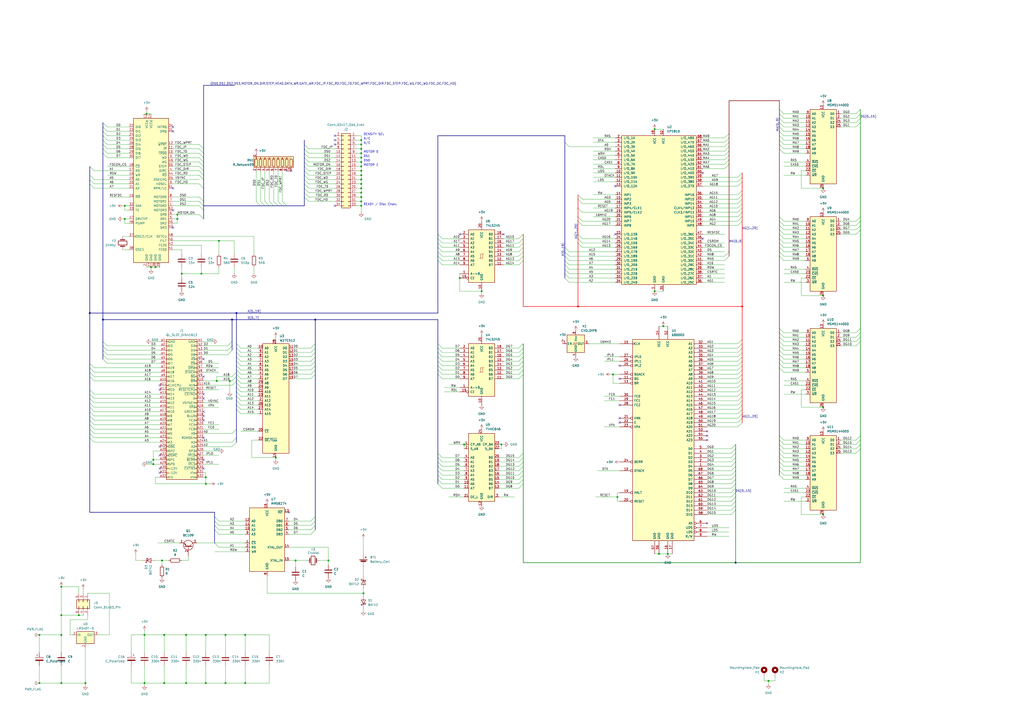
<source format=kicad_sch>
(kicad_sch (version 20250114) (generator "eeschema") (generator_version "9.0")
  (paper "A2")
  (title_block (title "Sinclair QL Gold Card 3") (date "2024-04-11") (rev "0.0") (company "Alvaro Alea Fernandez") (comment 1 "Based on schematic from tetroid") (comment 2 "Licensed under Cern OHL-S - https://ohwr.org/cern_ohl_s_v2.txt"))
  (text "N/C" (at 210.82 83.82 0) (effects (font (size 1.27 1.27)) (justify left bottom)))
  (text "DENSITY SEL\n" (at 210.82 78.74 0) (effects (font (size 1.27 1.27)) (justify left bottom)))
  (text "MOTOR 0 " (at 210.82 88.9 0) (effects (font (size 1.27 1.27)) (justify left bottom)))
  (text "N/C" (at 210.82 81.28 0) (effects (font (size 1.27 1.27)) (justify left bottom)))
  (text "MOTOR 1" (at 210.82 96.52 0) (effects (font (size 1.27 1.27)) (justify left bottom)))
  (text "DS0\n" (at 210.82 93.98 0) (effects (font (size 1.27 1.27)) (justify left bottom)))
  (text "READY / Disc Chan." (at 210.82 119.38 0) (effects (font (size 1.27 1.27)) (justify left bottom)))
  (text "DS1\n" (at 210.82 91.44 0) (effects (font (size 1.27 1.27)) (justify left bottom)))
  (junction (at 190.5 325.12))
  (junction (at 49.53 396.24))
  (junction (at 22.86 396.24))
  (junction (at 209.55 109.22))
  (junction (at 142.24 368.3))
  (junction (at 426.72 326.39))
  (junction (at 134.62 185.42))
  (junction (at 209.55 104.14))
  (junction (at 279.4 168.91))
  (junction (at 209.55 101.6))
  (junction (at 209.55 83.82))
  (junction (at 119.38 280.67))
  (junction (at 209.55 93.98))
  (junction (at 182.88 185.42))
  (junction (at 35.56 396.24))
  (junction (at 384.81 189.23))
  (junction (at 127 139.7))
  (junction (at 379.73 74.93))
  (junction (at 102.87 127))
  (junction (at 52.07 181.61))
  (junction (at 477.52 109.22))
  (junction (at 83.82 368.3))
  (junction (at 22.86 368.3))
  (junction (at 209.55 99.06))
  (junction (at 72.39 127))
  (junction (at 382.27 321.31))
  (junction (at 119.38 396.24))
  (junction (at 269.24 257.81))
  (junction (at 85.09 66.04))
  (junction (at 209.55 81.28))
  (junction (at 266.7 161.29))
  (junction (at 209.55 88.9))
  (junction (at 130.81 396.24))
  (junction (at 119.38 368.3))
  (junction (at 477.52 298.45))
  (junction (at 95.25 396.24))
  (junction (at 107.95 368.3))
  (junction (at 160.02 265.43))
  (junction (at 119.38 276.86))
  (junction (at 209.55 86.36))
  (junction (at 209.55 96.52))
  (junction (at 430.53 177.8) (color 255 0 0 1))
  (junction (at 87.63 154.94))
  (junction (at 209.55 111.76))
  (junction (at 210.82 344.17))
  (junction (at 133.35 220.98))
  (junction (at 130.81 368.3))
  (junction (at 35.56 356.87))
  (junction (at 209.55 116.84))
  (junction (at 45.72 356.87))
  (junction (at 209.55 119.38))
  (junction (at 125.73 220.98))
  (junction (at 209.55 114.3))
  (junction (at 477.52 171.45))
  (junction (at 209.55 91.44))
  (junction (at 379.73 168.91))
  (junction (at 95.25 368.3))
  (junction (at 88.9 269.24))
  (junction (at 102.87 124.46))
  (junction (at 209.55 106.68))
  (junction (at 72.39 119.38))
  (junction (at 355.6 217.17))
  (junction (at 290.83 257.81))
  (junction (at 35.56 340.36))
  (junction (at 116.84 158.75))
  (junction (at 105.41 158.75))
  (junction (at 107.95 396.24))
  (junction (at 142.24 396.24))
  (junction (at 88.9 266.7))
  (junction (at 59.69 185.42))
  (junction (at 335.28 177.8) (color 255 0 0 1))
  (junction (at 35.56 368.3))
  (junction (at 445.77 394.97))
  (junction (at 477.52 236.22))
  (junction (at 171.45 325.12))
  (junction (at 90.17 154.94))
  (junction (at 358.14 288.29))
  (junction (at 137.16 181.61))
  (junction (at 93.98 325.12))
  (junction (at 387.35 321.31))
  (junction (at 83.82 396.24))
  (no_connect (at 118.11 254))
  (no_connect (at 410.21 255.27))
  (no_connect (at 118.11 231.14))
  (no_connect (at 100.33 109.22))
  (no_connect (at 92.71 259.08))
  (no_connect (at 118.11 238.76))
  (no_connect (at 118.11 228.6))
  (no_connect (at 359.41 219.71))
  (no_connect (at 118.11 208.28))
  (no_connect (at 92.71 223.52))
  (no_connect (at 92.71 264.16))
  (no_connect (at 410.21 303.53))
  (no_connect (at 194.31 81.28))
  (no_connect (at 92.71 274.32))
  (no_connect (at 166.37 99.06))
  (no_connect (at 410.21 250.19))
  (no_connect (at 407.67 138.43))
  (no_connect (at 100.33 73.66))
  (no_connect (at 118.11 218.44))
  (no_connect (at 359.41 234.95))
  (no_connect (at 194.31 119.38))
  (no_connect (at 292.1 135.89))
  (no_connect (at 194.31 83.82))
  (no_connect (at 410.21 252.73))
  (no_connect (at 194.31 78.74))
  (no_connect (at 359.41 242.57))
  (no_connect (at 118.11 266.7))
  (no_connect (at 118.11 271.78))
  (no_connect (at 92.71 226.06))
  (no_connect (at 100.33 76.2))
  (no_connect (at 118.11 241.3))
  (no_connect (at 100.33 121.92))
  (no_connect (at 92.71 271.78))
  (no_connect (at 359.41 212.09))
  (no_connect (at 266.7 135.89))
  (no_connect (at 168.91 99.06))
  (no_connect (at 356.87 107.95))
  (no_connect (at 356.87 135.89))
  (no_connect (at 407.67 100.33))
  (no_connect (at 359.41 245.11))
  (no_connect (at 167.64 297.18))
  (no_connect (at 100.33 132.08))
  (no_connect (at 118.11 243.84))
  (bus_entry (at 182.88 207.01) (size -2.54 2.54))
  (bus_entry (at 303.53 278.13) (size -2.54 2.54))
  (bus_entry (at 182.88 307.34) (size -2.54 2.54))
  (bus_entry (at 59.69 81.28) (size 2.54 2.54))
  (bus_entry (at 452.12 252.73) (size 2.54 2.54))
  (bus_entry (at 452.12 193.04) (size 2.54 2.54))
  (bus_entry (at 426.72 265.43) (size -2.54 2.54))
  (bus_entry (at 452.12 200.66) (size 2.54 2.54))
  (bus_entry (at 422.91 77.47) (size -2.54 2.54))
  (bus_entry (at 52.07 246.38) (size 2.54 2.54))
  (bus_entry (at 430.53 105.41) (size -2.54 2.54))
  (bus_entry (at 452.12 255.27) (size 2.54 2.54))
  (bus_entry (at 303.53 135.89) (size -2.54 2.54))
  (bus_entry (at 137.16 212.09) (size 2.54 2.54))
  (bus_entry (at 137.16 254) (size -2.54 2.54))
  (bus_entry (at 52.07 248.92) (size 2.54 2.54))
  (bus_entry (at 430.53 237.49) (size -2.54 2.54))
  (bus_entry (at 115.57 101.6) (size 2.54 2.54))
  (bus_entry (at 452.12 273.05) (size 2.54 2.54))
  (bus_entry (at 303.53 273.05) (size -2.54 2.54))
  (bus_entry (at 137.16 234.95) (size 2.54 2.54))
  (bus_entry (at 452.12 86.36) (size 2.54 2.54))
  (bus_entry (at 452.12 275.59) (size 2.54 2.54))
  (bus_entry (at 327.66 143.51) (size 2.54 2.54))
  (bus_entry (at 422.91 85.09) (size -2.54 2.54))
  (bus_entry (at 137.16 219.71) (size 2.54 2.54))
  (bus_entry (at 499.11 71.12) (size -2.54 2.54))
  (bus_entry (at 303.53 204.47) (size -2.54 2.54))
  (bus_entry (at 182.88 302.26) (size -2.54 2.54))
  (bus_entry (at 52.07 236.22) (size 2.54 2.54))
  (bus_entry (at 422.91 92.71) (size -2.54 2.54))
  (bus_entry (at 430.53 100.33) (size -2.54 2.54))
  (bus_entry (at 151.13 116.84) (size 2.54 2.54))
  (bus_entry (at 156.21 116.84) (size 2.54 2.54))
  (bus_entry (at 182.88 199.39) (size -2.54 2.54))
  (bus_entry (at 115.57 83.82) (size 2.54 2.54))
  (bus_entry (at 327.66 151.13) (size 2.54 2.54))
  (bus_entry (at 452.12 135.89) (size 2.54 2.54))
  (bus_entry (at 452.12 83.82) (size 2.54 2.54))
  (bus_entry (at 137.16 201.93) (size 2.54 2.54))
  (bus_entry (at 335.28 115.57) (size 2.54 2.54))
  (bus_entry (at 426.72 257.81) (size -2.54 2.54))
  (bus_entry (at 452.12 213.36) (size 2.54 2.54))
  (bus_entry (at 134.62 203.2) (size -2.54 2.54))
  (bus_entry (at 303.53 207.01) (size -2.54 2.54))
  (bus_entry (at 137.16 229.87) (size 2.54 2.54))
  (bus_entry (at 430.53 245.11) (size -2.54 2.54))
  (bus_entry (at 176.53 111.76) (size 2.54 2.54))
  (bus_entry (at 430.53 207.01) (size -2.54 2.54))
  (bus_entry (at 137.16 207.01) (size 2.54 2.54))
  (bus_entry (at 303.53 143.51) (size -2.54 2.54))
  (bus_entry (at 426.72 288.29) (size -2.54 2.54))
  (bus_entry (at 452.12 190.5) (size 2.54 2.54))
  (bus_entry (at 254 207.01) (size 2.54 2.54))
  (bus_entry (at 176.53 88.9) (size 2.54 2.54))
  (bus_entry (at 52.07 218.44) (size 2.54 2.54))
  (bus_entry (at 430.53 229.87) (size -2.54 2.54))
  (bus_entry (at 452.12 76.2) (size 2.54 2.54))
  (bus_entry (at 430.53 234.95) (size -2.54 2.54))
  (bus_entry (at 499.11 133.35) (size -2.54 2.54))
  (bus_entry (at 430.53 123.19) (size -2.54 2.54))
  (bus_entry (at 137.16 232.41) (size 2.54 2.54))
  (bus_entry (at 303.53 267.97) (size -2.54 2.54))
  (bus_entry (at 499.11 252.73) (size -2.54 2.54))
  (bus_entry (at 499.11 68.58) (size -2.54 2.54))
  (bus_entry (at 52.07 241.3) (size 2.54 2.54))
  (bus_entry (at 137.16 209.55) (size 2.54 2.54))
  (bus_entry (at 499.11 128.27) (size -2.54 2.54))
  (bus_entry (at 327.66 82.55) (size 2.54 2.54))
  (bus_entry (at 118.11 127) (size -2.54 -2.54))
  (bus_entry (at 137.16 199.39) (size 2.54 2.54))
  (bus_entry (at 176.53 93.98) (size 2.54 2.54))
  (bus_entry (at 254 262.89) (size 2.54 2.54))
  (bus_entry (at 452.12 140.97) (size 2.54 2.54))
  (bus_entry (at 59.69 205.74) (size 2.54 2.54))
  (bus_entry (at 59.69 86.36) (size 2.54 2.54))
  (bus_entry (at 430.53 196.85) (size -2.54 2.54))
  (bus_entry (at 452.12 78.74) (size 2.54 2.54))
  (bus_entry (at 254 135.89) (size 2.54 2.54))
  (bus_entry (at 426.72 280.67) (size -2.54 2.54))
  (bus_entry (at 422.91 95.25) (size -2.54 2.54))
  (bus_entry (at 115.57 106.68) (size 2.54 2.54))
  (bus_entry (at 452.12 133.35) (size 2.54 2.54))
  (bus_entry (at 118.11 121.92) (size -2.54 -2.54))
  (bus_entry (at 115.57 96.52) (size 2.54 2.54))
  (bus_entry (at 254 201.93) (size 2.54 2.54))
  (bus_entry (at 422.91 87.63) (size -2.54 2.54))
  (bus_entry (at 430.53 125.73) (size -2.54 2.54))
  (bus_entry (at 499.11 260.35) (size -2.54 2.54))
  (bus_entry (at 430.53 118.11) (size -2.54 2.54))
  (bus_entry (at 335.28 140.97) (size 2.54 2.54))
  (bus_entry (at 430.53 240.03) (size -2.54 2.54))
  (bus_entry (at 426.72 290.83) (size -2.54 2.54))
  (bus_entry (at 163.83 116.84) (size 2.54 2.54))
  (bus_entry (at 303.53 209.55) (size -2.54 2.54))
  (bus_entry (at 52.07 233.68) (size 2.54 2.54))
  (bus_entry (at 137.16 237.49) (size 2.54 2.54))
  (bus_entry (at 137.16 256.54) (size -2.54 2.54))
  (bus_entry (at 137.16 220.98) (size -2.54 2.54))
  (bus_entry (at 452.12 81.28) (size 2.54 2.54))
  (bus_entry (at 254 146.05) (size 2.54 2.54))
  (bus_entry (at 303.53 199.39) (size -2.54 2.54))
  (bus_entry (at 430.53 227.33) (size -2.54 2.54))
  (bus_entry (at 254 212.09) (size 2.54 2.54))
  (bus_entry (at 176.53 91.44) (size 2.54 2.54))
  (bus_entry (at 59.69 73.66) (size 2.54 2.54))
  (bus_entry (at 303.53 212.09) (size -2.54 2.54))
  (bus_entry (at 52.07 215.9) (size 2.54 2.54))
  (bus_entry (at 452.12 128.27) (size 2.54 2.54))
  (bus_entry (at 137.16 215.9) (size -2.54 2.54))
  (bus_entry (at 452.12 125.73) (size 2.54 2.54))
  (bus_entry (at 182.88 299.72) (size -2.54 2.54))
  (bus_entry (at 426.72 267.97) (size -2.54 2.54))
  (bus_entry (at 254 143.51) (size 2.54 2.54))
  (bus_entry (at 452.12 203.2) (size 2.54 2.54))
  (bus_entry (at 426.72 283.21) (size -2.54 2.54))
  (bus_entry (at 335.28 125.73) (size 2.54 2.54))
  (bus_entry (at 335.28 120.65) (size 2.54 2.54))
  (bus_entry (at 426.72 278.13) (size -2.54 2.54))
  (bus_entry (at 52.07 210.82) (size 2.54 2.54))
  (bus_entry (at 303.53 146.05) (size -2.54 2.54))
  (bus_entry (at 52.07 226.06) (size 2.54 2.54))
  (bus_entry (at 254 278.13) (size 2.54 2.54))
  (bus_entry (at 52.07 213.36) (size 2.54 2.54))
  (bus_entry (at 182.88 212.09) (size -2.54 2.54))
  (bus_entry (at 430.53 219.71) (size -2.54 2.54))
  (bus_entry (at 137.16 214.63) (size 2.54 2.54))
  (bus_entry (at 118.11 119.38) (size -2.54 -2.54))
  (bus_entry (at 59.69 200.66) (size 2.54 2.54))
  (bus_entry (at 182.88 201.93) (size -2.54 2.54))
  (bus_entry (at 426.72 260.35) (size -2.54 2.54))
  (bus_entry (at 499.11 66.04) (size -2.54 2.54))
  (bus_entry (at 426.72 275.59) (size -2.54 2.54))
  (bus_entry (at 59.69 198.12) (size 2.54 2.54))
  (bus_entry (at 422.91 80.01) (size -2.54 2.54))
  (bus_entry (at 254 204.47) (size 2.54 2.54))
  (bus_entry (at 327.66 148.59) (size 2.54 2.54))
  (bus_entry (at 303.53 262.89) (size -2.54 2.54))
  (bus_entry (at 59.69 208.28) (size 2.54 2.54))
  (bus_entry (at 452.12 146.05) (size 2.54 2.54))
  (bus_entry (at 452.12 260.35) (size 2.54 2.54))
  (bus_entry (at 430.53 222.25) (size -2.54 2.54))
  (bus_entry (at 499.11 130.81) (size -2.54 2.54))
  (bus_entry (at 52.07 96.52) (size 2.54 2.54))
  (bus_entry (at 422.91 90.17) (size -2.54 2.54))
  (bus_entry (at 254 209.55) (size 2.54 2.54))
  (bus_entry (at 137.16 248.92) (size -2.54 2.54))
  (bus_entry (at 137.16 218.44) (size -2.54 2.54))
  (bus_entry (at 52.07 238.76) (size 2.54 2.54))
  (bus_entry (at 430.53 120.65) (size -2.54 2.54))
  (bus_entry (at 182.88 209.55) (size -2.54 2.54))
  (bus_entry (at 327.66 153.67) (size 2.54 2.54))
  (bus_entry (at 115.57 88.9) (size 2.54 2.54))
  (bus_entry (at 182.88 217.17) (size -2.54 2.54))
  (bus_entry (at 303.53 138.43) (size -2.54 2.54))
  (bus_entry (at 426.72 295.91) (size -2.54 2.54))
  (bus_entry (at 134.62 200.66) (size -2.54 2.54))
  (bus_entry (at 452.12 138.43) (size 2.54 2.54))
  (bus_entry (at 59.69 76.2) (size 2.54 2.54))
  (bus_entry (at 452.12 73.66) (size 2.54 2.54))
  (bus_entry (at 327.66 156.21) (size 2.54 2.54))
  (bus_entry (at 303.53 140.97) (size -2.54 2.54))
  (bus_entry (at 176.53 101.6) (size 2.54 2.54))
  (bus_entry (at 452.12 257.81) (size 2.54 2.54))
  (bus_entry (at 161.29 116.84) (size 2.54 2.54))
  (bus_entry (at 153.67 116.84) (size 2.54 2.54))
  (bus_entry (at 499.11 198.12) (size -2.54 2.54))
  (bus_entry (at 176.53 106.68) (size 2.54 2.54))
  (bus_entry (at 499.11 195.58) (size -2.54 2.54))
  (bus_entry (at 452.12 63.5) (size 2.54 2.54))
  (bus_entry (at 124.46 314.96) (size 2.54 2.54))
  (bus_entry (at 254 273.05) (size 2.54 2.54))
  (bus_entry (at 182.88 204.47) (size -2.54 2.54))
  (bus_entry (at 452.12 265.43) (size 2.54 2.54))
  (bus_entry (at 430.53 199.39) (size -2.54 2.54))
  (bus_entry (at 426.72 273.05) (size -2.54 2.54))
  (bus_entry (at 426.72 262.89) (size -2.54 2.54))
  (bus_entry (at 52.07 251.46) (size 2.54 2.54))
  (bus_entry (at 124.46 299.72) (size 2.54 2.54))
  (bus_entry (at 430.53 212.09) (size -2.54 2.54))
  (bus_entry (at 303.53 217.17) (size -2.54 2.54))
  (bus_entry (at 430.53 113.03) (size -2.54 2.54))
  (bus_entry (at 452.12 210.82) (size 2.54 2.54))
  (bus_entry (at 499.11 63.5) (size -2.54 2.54))
  (bus_entry (at 59.69 88.9) (size 2.54 2.54))
  (bus_entry (at 118.11 116.84) (size -2.54 -2.54))
  (bus_entry (at 430.53 214.63) (size -2.54 2.54))
  (bus_entry (at 254 214.63) (size 2.54 2.54))
  (bus_entry (at 52.07 243.84) (size 2.54 2.54))
  (bus_entry (at 176.53 99.06) (size 2.54 2.54))
  (bus_entry (at 430.53 115.57) (size -2.54 2.54))
  (bus_entry (at 430.53 128.27) (size -2.54 2.54))
  (bus_entry (at 52.07 228.6) (size 2.54 2.54))
  (bus_entry (at 52.07 231.14) (size 2.54 2.54))
  (bus_entry (at 254 151.13) (size 2.54 2.54))
  (bus_entry (at 499.11 190.5) (size -2.54 2.54))
  (bus_entry (at 430.53 201.93) (size -2.54 2.54))
  (bus_entry (at 452.12 130.81) (size 2.54 2.54))
  (bus_entry (at 254 148.59) (size 2.54 2.54))
  (bus_entry (at 422.91 148.59) (size -2.54 2.54))
  (bus_entry (at 452.12 262.89) (size 2.54 2.54))
  (bus_entry (at 430.53 242.57) (size -2.54 2.54))
  (bus_entry (at 137.16 224.79) (size 2.54 2.54))
  (bus_entry (at 499.11 125.73) (size -2.54 2.54))
  (bus_entry (at 303.53 148.59) (size -2.54 2.54))
  (bus_entry (at 452.12 195.58) (size 2.54 2.54))
  (bus_entry (at 499.11 193.04) (size -2.54 2.54))
  (bus_entry (at 115.57 91.44) (size 2.54 2.54))
  (bus_entry (at 254 275.59) (size 2.54 2.54))
  (bus_entry (at 335.28 138.43) (size 2.54 2.54))
  (bus_entry (at 176.53 104.14) (size 2.54 2.54))
  (bus_entry (at 430.53 102.87) (size -2.54 2.54))
  (bus_entry (at 303.53 214.63) (size -2.54 2.54))
  (bus_entry (at 176.53 83.82) (size 2.54 2.54))
  (bus_entry (at 254 140.97) (size 2.54 2.54))
  (bus_entry (at 452.12 143.51) (size 2.54 2.54))
  (bus_entry (at 499.11 255.27) (size -2.54 2.54))
  (bus_entry (at 137.16 217.17) (size 2.54 2.54))
  (bus_entry (at 430.53 224.79) (size -2.54 2.54))
  (bus_entry (at 52.07 104.14) (size 2.54 2.54))
  (bus_entry (at 452.12 208.28) (size 2.54 2.54))
  (bus_entry (at 176.53 96.52) (size 2.54 2.54))
  (bus_entry (at 430.53 217.17) (size -2.54 2.54))
  (bus_entry (at 254 138.43) (size 2.54 2.54))
  (bus_entry (at 59.69 203.2) (size 2.54 2.54))
  (bus_entry (at 115.57 86.36) (size 2.54 2.54))
  (bus_entry (at 254 270.51) (size 2.54 2.54))
  (bus_entry (at 426.72 285.75) (size -2.54 2.54))
  (bus_entry (at 430.53 209.55) (size -2.54 2.54))
  (bus_entry (at 59.69 83.82) (size 2.54 2.54))
  (bus_entry (at 148.59 116.84) (size 2.54 2.54))
  (bus_entry (at 426.72 270.51) (size -2.54 2.54))
  (bus_entry (at 52.07 106.68) (size 2.54 2.54))
  (bus_entry (at 303.53 201.93) (size -2.54 2.54))
  (bus_entry (at 303.53 275.59) (size -2.54 2.54))
  (bus_entry (at 303.53 270.51) (size -2.54 2.54))
  (bus_entry (at 452.12 270.51) (size 2.54 2.54))
  (bus_entry (at 452.12 68.58) (size 2.54 2.54))
  (bus_entry (at 176.53 86.36) (size 2.54 2.54))
  (bus_entry (at 327.66 146.05) (size 2.54 2.54))
  (bus_entry (at 303.53 265.43) (size -2.54 2.54))
  (bus_entry (at 452.12 267.97) (size 2.54 2.54))
  (bus_entry (at 452.12 66.04) (size 2.54 2.54))
  (bus_entry (at 52.07 254) (size 2.54 2.54))
  (bus_entry (at 422.91 82.55) (size -2.54 2.54))
  (bus_entry (at 52.07 101.6) (size 2.54 2.54))
  (bus_entry (at 422.91 146.05) (size -2.54 2.54))
  (bus_entry (at 59.69 71.12) (size 2.54 2.54))
  (bus_entry (at 115.57 99.06) (size 2.54 2.54))
  (bus_entry (at 335.28 135.89) (size 2.54 2.54))
  (bus_entry (at 452.12 148.59) (size 2.54 2.54))
  (bus_entry (at 182.88 214.63) (size -2.54 2.54))
  (bus_entry (at 254 265.43) (size 2.54 2.54))
  (bus_entry (at 335.28 113.03) (size 2.54 2.54))
  (bus_entry (at 137.16 227.33) (size 2.54 2.54))
  (bus_entry (at 176.53 114.3) (size 2.54 2.54))
  (bus_entry (at 254 217.17) (size 2.54 2.54))
  (bus_entry (at 430.53 232.41) (size -2.54 2.54))
  (bus_entry (at 335.28 128.27) (size 2.54 2.54))
  (bus_entry (at 124.46 302.26) (size 2.54 2.54))
  (bus_entry (at 327.66 158.75) (size 2.54 2.54))
  (bus_entry (at 134.62 198.12) (size -2.54 2.54))
  (bus_entry (at 327.66 161.29) (size 2.54 2.54))
  (bus_entry (at 499.11 257.81) (size -2.54 2.54))
  (bus_entry (at 303.53 151.13) (size -2.54 2.54))
  (bus_entry (at 59.69 78.74) (size 2.54 2.54))
  (bus_entry (at 452.12 205.74) (size 2.54 2.54))
  (bus_entry (at 176.53 109.22) (size 2.54 2.54))
  (bus_entry (at 158.75 116.84) (size 2.54 2.54))
  (bus_entry (at 182.88 304.8) (size -2.54 2.54))
  (bus_entry (at 137.16 222.25) (size 2.54 2.54))
  (bus_entry (at 452.12 71.12) (size 2.54 2.54))
  (bus_entry (at 430.53 204.47) (size -2.54 2.54))
  (bus_entry (at 426.72 293.37) (size -2.54 2.54))
  (bus_entry (at 452.12 198.12) (size 2.54 2.54))
  (bus_entry (at 254 199.39) (size 2.54 2.54))
  (bus_entry (at 137.16 204.47) (size 2.54 2.54))
  (bus_entry (at 124.46 307.34) (size 2.54 2.54))
  (bus_entry (at 254 280.67) (size 2.54 2.54))
  (bus_entry (at 303.53 280.67) (size -2.54 2.54))
  (bus_entry (at 254 267.97) (size 2.54 2.54))
  (bus_entry (at 124.46 304.8) (size 2.54 2.54))
  (bus_entry (at 115.57 93.98) (size 2.54 2.54))
  (bus_entry (at 430.53 110.49) (size -2.54 2.54))
  (wire (pts (xy 100.33 119.38) (xy 115.57 119.38)))
  (bus (pts (xy 182.88 209.55) (xy 182.88 212.09)))
  (wire (pts (xy 292.1 153.67) (xy 300.99 153.67)))
  (bus (pts (xy 335.28 128.27) (xy 335.28 135.89)) (stroke (width 0) (color 255 0 0 1)))
  (wire (pts (xy 337.82 130.81) (xy 356.87 130.81)))
  (bus (pts (xy 254 212.09) (xy 254 209.55)))
  (wire (pts (xy 100.33 139.7) (xy 127 139.7)))
  (wire (pts (xy 167.64 325.12) (xy 171.45 325.12)))
  (bus (pts (xy 303.53 326.39) (xy 426.72 326.39)) (stroke (width 0) (color 0 132 0 1)))
  (bus (pts (xy 118.11 116.84) (xy 118.11 119.38)))
  (wire (pts (xy 266.7 212.09) (xy 256.54 212.09)))
  (wire (pts (xy 119.38 368.3) (xy 119.38 378.46)))
  (wire (pts (xy 358.14 285.75) (xy 358.14 288.29)))
  (bus (pts (xy 59.69 200.66) (xy 59.69 203.2)))
  (bus (pts (xy 118.11 49.53) (xy 118.11 86.36)))
  (wire (pts (xy 179.07 99.06) (xy 194.31 99.06)))
  (wire (pts (xy 487.68 260.35) (xy 496.57 260.35)))
  (wire (pts (xy 90.17 280.67) (xy 119.38 280.67)))
  (wire (pts (xy 118.11 210.82) (xy 127 210.82)))
  (wire (pts (xy 454.66 163.83) (xy 467.36 163.83)))
  (wire (pts (xy 161.29 99.06) (xy 161.29 116.84)))
  (wire (pts (xy 48.26 341.63) (xy 48.26 344.17)))
  (bus (pts (xy 137.16 224.79) (xy 137.16 227.33)))
  (wire (pts (xy 454.66 156.21) (xy 467.36 156.21)))
  (wire (pts (xy 45.72 340.36) (xy 35.56 340.36)))
  (wire (pts (xy 379.73 321.31) (xy 382.27 321.31)))
  (bus (pts (xy 118.11 49.53) (xy 135.89 49.53)))
  (wire (pts (xy 115.57 88.9) (xy 100.33 88.9)))
  (wire (pts (xy 118.11 248.92) (xy 127 248.92)))
  (wire (pts (xy 209.55 91.44) (xy 209.55 93.98)))
  (wire (pts (xy 292.1 212.09) (xy 300.99 212.09)))
  (wire (pts (xy 454.66 215.9) (xy 467.36 215.9)))
  (wire (pts (xy 207.01 119.38) (xy 209.55 119.38)))
  (wire (pts (xy 256.54 265.43) (xy 269.24 265.43)))
  (bus (pts (xy 118.11 119.38) (xy 151.13 119.38)))
  (wire (pts (xy 266.7 138.43) (xy 256.54 138.43)))
  (wire (pts (xy 160.02 265.43) (xy 160.02 266.7)))
  (bus (pts (xy 182.88 299.72) (xy 182.88 302.26)))
  (wire (pts (xy 266.7 207.01) (xy 256.54 207.01)))
  (wire (pts (xy 487.68 130.81) (xy 496.57 130.81)))
  (wire (pts (xy 114.3 314.96) (xy 124.46 314.96)))
  (bus (pts (xy 452.12 125.73) (xy 452.12 128.27)) (stroke (width 0) (color 132 0 0 1)))
  (bus (pts (xy 52.07 254) (xy 52.07 297.18)))
  (bus (pts (xy 499.11 195.58) (xy 499.11 198.12)) (stroke (width 0) (color 0 132 0 1)))
  (wire (pts (xy 207.01 86.36) (xy 209.55 86.36)))
  (bus (pts (xy 430.53 234.95) (xy 430.53 237.49)) (stroke (width 0) (color 255 0 0 1)))
  (wire (pts (xy 100.33 124.46) (xy 102.87 124.46)))
  (wire (pts (xy 170.18 201.93) (xy 180.34 201.93)))
  (wire (pts (xy 127 317.5) (xy 142.24 317.5)))
  (wire (pts (xy 87.63 154.94) (xy 90.17 154.94)))
  (wire (pts (xy 289.56 283.21) (xy 300.99 283.21)))
  (wire (pts (xy 71.12 119.38) (xy 72.39 119.38)))
  (wire (pts (xy 454.66 146.05) (xy 467.36 146.05)))
  (wire (pts (xy 179.07 111.76) (xy 194.31 111.76)))
  (wire (pts (xy 454.66 68.58) (xy 467.36 68.58)))
  (bus (pts (xy 137.16 220.98) (xy 137.16 222.25)))
  (wire (pts (xy 410.21 278.13) (xy 424.18 278.13)))
  (wire (pts (xy 344.17 92.71) (xy 356.87 92.71)))
  (wire (pts (xy 118.11 203.2) (xy 132.08 203.2)))
  (wire (pts (xy 207.01 101.6) (xy 209.55 101.6)))
  (wire (pts (xy 180.34 307.34) (xy 167.64 307.34)))
  (bus (pts (xy 52.07 228.6) (xy 52.07 231.14)))
  (bus (pts (xy 254 280.67) (xy 254 278.13)))
  (wire (pts (xy 410.21 273.05) (xy 424.18 273.05)))
  (wire (pts (xy 147.32 154.94) (xy 147.32 158.75)))
  (wire (pts (xy 350.52 232.41) (xy 359.41 232.41)))
  (bus (pts (xy 430.53 232.41) (xy 430.53 234.95)) (stroke (width 0) (color 255 0 0 1)))
  (wire (pts (xy 54.61 109.22) (xy 74.93 109.22)))
  (wire (pts (xy 407.67 105.41) (xy 427.99 105.41)))
  (wire (pts (xy 410.21 207.01) (xy 427.99 207.01)))
  (wire (pts (xy 330.2 163.83) (xy 356.87 163.83)))
  (wire (pts (xy 384.81 189.23) (xy 387.35 189.23)))
  (bus (pts (xy 118.11 86.36) (xy 118.11 88.9)))
  (wire (pts (xy 107.95 386.08) (xy 107.95 396.24)))
  (wire (pts (xy 292.1 217.17) (xy 300.99 217.17)))
  (wire (pts (xy 139.7 212.09) (xy 149.86 212.09)))
  (wire (pts (xy 118.11 264.16) (xy 127 264.16)))
  (wire (pts (xy 119.38 386.08) (xy 119.38 396.24)))
  (wire (pts (xy 407.67 80.01) (xy 420.37 80.01)))
  (bus (pts (xy 124.46 304.8) (xy 124.46 307.34)))
  (bus (pts (xy 335.28 120.65) (xy 335.28 125.73)) (stroke (width 0) (color 255 0 0 1)))
  (wire (pts (xy 74.93 86.36) (xy 62.23 86.36)))
  (wire (pts (xy 454.66 128.27) (xy 467.36 128.27)))
  (bus (pts (xy 137.16 207.01) (xy 137.16 209.55)))
  (bus (pts (xy 176.53 91.44) (xy 176.53 88.9)))
  (wire (pts (xy 118.11 261.62) (xy 127 261.62)))
  (wire (pts (xy 54.61 215.9) (xy 92.71 215.9)))
  (wire (pts (xy 266.7 214.63) (xy 256.54 214.63)))
  (wire (pts (xy 127 139.7) (xy 135.89 139.7)))
  (bus (pts (xy 52.07 251.46) (xy 52.07 254)))
  (wire (pts (xy 74.93 88.9) (xy 62.23 88.9)))
  (wire (pts (xy 410.21 234.95) (xy 427.99 234.95)))
  (wire (pts (xy 410.21 262.89) (xy 424.18 262.89)))
  (wire (pts (xy 115.57 104.14) (xy 100.33 104.14)))
  (bus (pts (xy 134.62 198.12) (xy 134.62 200.66)))
  (bus (pts (xy 499.11 198.12) (xy 499.11 252.73)) (stroke (width 0) (color 0 132 0 1)))
  (bus (pts (xy 52.07 238.76) (xy 52.07 241.3)))
  (bus (pts (xy 452.12 262.89) (xy 452.12 265.43)) (stroke (width 0) (color 132 0 0 1)))
  (wire (pts (xy 105.41 154.94) (xy 105.41 158.75)))
  (wire (pts (xy 118.11 226.06) (xy 127 226.06)))
  (bus (pts (xy 161.29 119.38) (xy 163.83 119.38)))
  (wire (pts (xy 139.7 222.25) (xy 149.86 222.25)))
  (wire (pts (xy 410.21 275.59) (xy 424.18 275.59)))
  (bus (pts (xy 118.11 91.44) (xy 118.11 93.98)))
  (wire (pts (xy 443.23 394.97) (xy 445.77 394.97)))
  (bus (pts (xy 176.53 101.6) (xy 176.53 104.14)))
  (bus (pts (xy 303.53 201.93) (xy 303.53 204.47)) (stroke (width 0) (color 0 132 0 1)))
  (wire (pts (xy 407.67 92.71) (xy 420.37 92.71)))
  (bus (pts (xy 52.07 181.61) (xy 52.07 210.82)))
  (wire (pts (xy 54.61 238.76) (xy 92.71 238.76)))
  (wire (pts (xy 76.2 368.3) (xy 83.82 368.3)))
  (wire (pts (xy 54.61 241.3) (xy 92.71 241.3)))
  (wire (pts (xy 454.66 278.13) (xy 467.36 278.13)))
  (wire (pts (xy 289.56 288.29) (xy 298.45 288.29)))
  (wire (pts (xy 410.21 217.17) (xy 427.99 217.17)))
  (wire (pts (xy 407.67 95.25) (xy 420.37 95.25)))
  (bus (pts (xy 137.16 181.61) (xy 137.16 199.39)))
  (bus (pts (xy 452.12 208.28) (xy 452.12 210.82)) (stroke (width 0) (color 132 0 0 1)))
  (bus (pts (xy 426.72 285.75) (xy 426.72 288.29)) (stroke (width 0) (color 0 132 0 1)))
  (wire (pts (xy 454.66 148.59) (xy 467.36 148.59)))
  (wire (pts (xy 139.7 207.01) (xy 149.86 207.01)))
  (wire (pts (xy 170.18 214.63) (xy 180.34 214.63)))
  (wire (pts (xy 167.64 317.5) (xy 190.5 317.5)))
  (wire (pts (xy 97.79 325.12) (xy 93.98 325.12)))
  (bus (pts (xy 303.53 278.13) (xy 303.53 280.67)) (stroke (width 0) (color 0 132 0 1)))
  (wire (pts (xy 118.11 269.24) (xy 127 269.24)))
  (bus (pts (xy 59.69 86.36) (xy 59.69 88.9)))
  (bus (pts (xy 430.53 212.09) (xy 430.53 214.63)) (stroke (width 0) (color 255 0 0 1)))
  (wire (pts (xy 346.71 273.05) (xy 359.41 273.05)))
  (wire (pts (xy 410.21 201.93) (xy 427.99 201.93)))
  (bus (pts (xy 59.69 71.12) (xy 59.69 73.66)))
  (wire (pts (xy 407.67 123.19) (xy 427.99 123.19)))
  (wire (pts (xy 95.25 396.24) (xy 107.95 396.24)))
  (bus (pts (xy 426.72 262.89) (xy 426.72 265.43)) (stroke (width 0) (color 0 132 0 1)))
  (bus (pts (xy 430.53 204.47) (xy 430.53 207.01)) (stroke (width 0) (color 255 0 0 1)))
  (wire (pts (xy 139.7 224.79) (xy 149.86 224.79)))
  (bus (pts (xy 59.69 76.2) (xy 59.69 78.74)))
  (bus (pts (xy 426.72 278.13) (xy 426.72 280.67)) (stroke (width 0) (color 0 132 0 1)))
  (wire (pts (xy 63.5 114.3) (xy 74.93 114.3)))
  (wire (pts (xy 410.21 242.57) (xy 427.99 242.57)))
  (wire (pts (xy 146.05 265.43) (xy 146.05 255.27)))
  (bus (pts (xy 452.12 81.28) (xy 452.12 83.82)) (stroke (width 0) (color 132 0 0 1)))
  (wire (pts (xy 115.57 99.06) (xy 100.33 99.06)))
  (wire (pts (xy 454.66 265.43) (xy 467.36 265.43)))
  (wire (pts (xy 260.35 257.81) (xy 269.24 257.81)))
  (wire (pts (xy 45.72 356.87) (xy 48.26 356.87)))
  (wire (pts (xy 454.66 130.81) (xy 467.36 130.81)))
  (wire (pts (xy 290.83 260.35) (xy 290.83 257.81)))
  (bus (pts (xy 254 207.01) (xy 254 204.47)))
  (wire (pts (xy 407.67 158.75) (xy 420.37 158.75)))
  (bus (pts (xy 303.53 262.89) (xy 303.53 265.43)) (stroke (width 0) (color 0 132 0 1)))
  (wire (pts (xy 454.66 73.66) (xy 467.36 73.66)))
  (wire (pts (xy 100.33 116.84) (xy 115.57 116.84)))
  (wire (pts (xy 266.7 151.13) (xy 256.54 151.13)))
  (wire (pts (xy 454.66 96.52) (xy 467.36 96.52)))
  (wire (pts (xy 74.93 121.92) (xy 72.39 121.92)))
  (bus (pts (xy 430.53 100.33) (xy 430.53 102.87)) (stroke (width 0) (color 255 0 0 1)))
  (bus (pts (xy 137.16 218.44) (xy 137.16 219.71)))
  (wire (pts (xy 289.56 280.67) (xy 300.99 280.67)))
  (bus (pts (xy 59.69 78.74) (xy 59.69 81.28)))
  (wire (pts (xy 76.2 386.08) (xy 76.2 396.24)))
  (wire (pts (xy 153.67 99.06) (xy 153.67 116.84)))
  (wire (pts (xy 179.07 109.22) (xy 194.31 109.22)))
  (bus (pts (xy 118.11 104.14) (xy 118.11 109.22)))
  (wire (pts (xy 209.55 106.68) (xy 209.55 104.14)))
  (wire (pts (xy 292.1 138.43) (xy 300.99 138.43)))
  (bus (pts (xy 430.53 227.33) (xy 430.53 229.87)) (stroke (width 0) (color 255 0 0 1)))
  (wire (pts (xy 118.11 198.12) (xy 123.19 198.12)))
  (bus (pts (xy 335.28 177.8) (xy 430.53 177.8)) (stroke (width 0) (color 255 0 0 1)))
  (wire (pts (xy 127 302.26) (xy 142.24 302.26)))
  (wire (pts (xy 454.66 143.51) (xy 467.36 143.51)))
  (wire (pts (xy 62.23 96.52) (xy 74.93 96.52)))
  (bus (pts (xy 303.53 212.09) (xy 303.53 214.63)) (stroke (width 0) (color 0 132 0 1)))
  (wire (pts (xy 133.35 220.98) (xy 133.35 227.33)))
  (bus (pts (xy 452.12 63.5) (xy 452.12 66.04)) (stroke (width 0) (color 132 0 0 1)))
  (wire (pts (xy 410.21 280.67) (xy 424.18 280.67)))
  (wire (pts (xy 209.55 109.22) (xy 209.55 111.76)))
  (wire (pts (xy 407.67 143.51) (xy 420.37 143.51)))
  (wire (pts (xy 407.67 90.17) (xy 420.37 90.17)))
  (wire (pts (xy 170.18 204.47) (xy 180.34 204.47)))
  (wire (pts (xy 125.73 220.98) (xy 125.73 218.44)))
  (bus (pts (xy 182.88 207.01) (xy 182.88 209.55)))
  (bus (pts (xy 452.12 270.51) (xy 452.12 273.05)) (stroke (width 0) (color 132 0 0 1)))
  (wire (pts (xy 487.68 255.27) (xy 496.57 255.27)))
  (bus (pts (xy 52.07 246.38) (xy 52.07 248.92)))
  (bus (pts (xy 452.12 138.43) (xy 452.12 140.97)) (stroke (width 0) (color 132 0 0 1)))
  (wire (pts (xy 266.7 148.59) (xy 256.54 148.59)))
  (wire (pts (xy 54.61 99.06) (xy 74.93 99.06)))
  (bus (pts (xy 137.16 232.41) (xy 137.16 234.95)))
  (wire (pts (xy 292.1 143.51) (xy 300.99 143.51)))
  (bus (pts (xy 327.66 143.51) (xy 327.66 146.05)))
  (bus (pts (xy 254 209.55) (xy 254 207.01)))
  (bus (pts (xy 327.66 158.75) (xy 327.66 161.29)))
  (wire (pts (xy 407.67 97.79) (xy 420.37 97.79)))
  (wire (pts (xy 135.89 139.7) (xy 135.89 147.32)))
  (bus (pts (xy 303.53 140.97) (xy 303.53 143.51)) (stroke (width 0) (color 255 0 0 1)))
  (bus (pts (xy 452.12 260.35) (xy 452.12 262.89)) (stroke (width 0) (color 132 0 0 1)))
  (wire (pts (xy 127 139.7) (xy 127 147.32)))
  (wire (pts (xy 127 158.75) (xy 127 154.94)))
  (wire (pts (xy 292.1 209.55) (xy 300.99 209.55)))
  (wire (pts (xy 72.39 129.54) (xy 74.93 129.54)))
  (wire (pts (xy 209.55 78.74) (xy 209.55 81.28)))
  (wire (pts (xy 289.56 267.97) (xy 300.99 267.97)))
  (wire (pts (xy 410.21 219.71) (xy 427.99 219.71)))
  (wire (pts (xy 256.54 273.05) (xy 269.24 273.05)))
  (wire (pts (xy 407.67 146.05) (xy 420.37 146.05)))
  (bus (pts (xy 422.91 77.47) (xy 422.91 80.01)) (stroke (width 0) (color 132 0 0 1)))
  (wire (pts (xy 179.07 106.68) (xy 194.31 106.68)))
  (wire (pts (xy 35.56 396.24) (xy 49.53 396.24)))
  (wire (pts (xy 49.53 375.92) (xy 49.53 396.24)))
  (bus (pts (xy 254 140.97) (xy 254 143.51)))
  (bus (pts (xy 426.72 257.81) (xy 426.72 260.35)) (stroke (width 0) (color 0 132 0 1)))
  (bus (pts (xy 452.12 130.81) (xy 452.12 133.35)) (stroke (width 0) (color 132 0 0 1)))
  (wire (pts (xy 139.7 229.87) (xy 149.86 229.87)))
  (bus (pts (xy 327.66 146.05) (xy 327.66 148.59)))
  (bus (pts (xy 327.66 156.21) (xy 327.66 158.75)))
  (wire (pts (xy 407.67 115.57) (xy 427.99 115.57)))
  (bus (pts (xy 59.69 73.66) (xy 59.69 76.2)))
  (wire (pts (xy 454.66 133.35) (xy 467.36 133.35)))
  (wire (pts (xy 344.17 87.63) (xy 356.87 87.63)))
  (wire (pts (xy 118.11 220.98) (xy 125.73 220.98)))
  (wire (pts (xy 142.24 368.3) (xy 156.21 368.3)))
  (wire (pts (xy 130.81 386.08) (xy 130.81 396.24)))
  (bus (pts (xy 303.53 148.59) (xy 303.53 151.13)) (stroke (width 0) (color 255 0 0 1)))
  (bus (pts (xy 426.72 265.43) (xy 426.72 267.97)) (stroke (width 0) (color 0 132 0 1)))
  (bus (pts (xy 137.16 212.09) (xy 137.16 214.63)))
  (wire (pts (xy 209.55 119.38) (xy 209.55 116.84)))
  (bus (pts (xy 430.53 118.11) (xy 430.53 120.65)) (stroke (width 0) (color 255 0 0 1)))
  (wire (pts (xy 179.07 88.9) (xy 194.31 88.9)))
  (bus (pts (xy 303.53 146.05) (xy 303.53 148.59)) (stroke (width 0) (color 255 0 0 1)))
  (wire (pts (xy 487.68 66.04) (xy 496.57 66.04)))
  (wire (pts (xy 100.33 142.24) (xy 116.84 142.24)))
  (wire (pts (xy 454.66 257.81) (xy 467.36 257.81)))
  (wire (pts (xy 266.7 219.71) (xy 256.54 219.71)))
  (wire (pts (xy 45.72 344.17) (xy 45.72 340.36)))
  (bus (pts (xy 303.53 267.97) (xy 303.53 270.51)) (stroke (width 0) (color 0 132 0 1)))
  (bus (pts (xy 452.12 146.05) (xy 452.12 148.59)) (stroke (width 0) (color 132 0 0 1)))
  (wire (pts (xy 154.94 344.17) (xy 210.82 344.17)))
  (bus (pts (xy 176.53 91.44) (xy 176.53 93.98)))
  (wire (pts (xy 179.07 96.52) (xy 194.31 96.52)))
  (bus (pts (xy 254 217.17) (xy 254 214.63)))
  (bus (pts (xy 52.07 210.82) (xy 52.07 213.36)))
  (bus (pts (xy 335.28 113.03) (xy 335.28 115.57)) (stroke (width 0) (color 255 0 0 1)))
  (bus (pts (xy 52.07 181.61) (xy 137.16 181.61)))
  (wire (pts (xy 445.77 394.97) (xy 449.58 394.97)))
  (wire (pts (xy 266.7 143.51) (xy 256.54 143.51)))
  (bus (pts (xy 452.12 267.97) (xy 452.12 270.51)) (stroke (width 0) (color 132 0 0 1)))
  (bus (pts (xy 335.28 115.57) (xy 335.28 120.65)) (stroke (width 0) (color 255 0 0 1)))
  (bus (pts (xy 182.88 201.93) (xy 182.88 204.47)))
  (wire (pts (xy 358.14 290.83) (xy 359.41 290.83)))
  (wire (pts (xy 35.56 386.08) (xy 35.56 396.24)))
  (bus (pts (xy 137.16 229.87) (xy 137.16 232.41)))
  (wire (pts (xy 54.61 256.54) (xy 92.71 256.54)))
  (wire (pts (xy 407.67 151.13) (xy 420.37 151.13)))
  (wire (pts (xy 344.17 95.25) (xy 356.87 95.25)))
  (bus (pts (xy 176.53 111.76) (xy 176.53 114.3)))
  (bus (pts (xy 118.11 96.52) (xy 118.11 99.06)))
  (wire (pts (xy 119.38 276.86) (xy 119.38 274.32)))
  (wire (pts (xy 71.12 127) (xy 72.39 127)))
  (wire (pts (xy 54.61 218.44) (xy 92.71 218.44)))
  (wire (pts (xy 209.55 114.3) (xy 209.55 116.84)))
  (wire (pts (xy 100.33 91.44) (xy 115.57 91.44)))
  (wire (pts (xy 345.44 288.29) (xy 358.14 288.29)))
  (bus (pts (xy 335.28 138.43) (xy 335.28 140.97)) (stroke (width 0) (color 255 0 0 1)))
  (wire (pts (xy 292.1 140.97) (xy 300.99 140.97)))
  (bus (pts (xy 52.07 241.3) (xy 52.07 243.84)))
  (wire (pts (xy 139.7 204.47) (xy 149.86 204.47)))
  (bus (pts (xy 327.66 148.59) (xy 327.66 151.13)))
  (bus (pts (xy 59.69 88.9) (xy 59.69 185.42)))
  (wire (pts (xy 170.18 212.09) (xy 180.34 212.09)))
  (bus (pts (xy 52.07 226.06) (xy 52.07 228.6)))
  (bus (pts (xy 303.53 143.51) (xy 303.53 146.05)) (stroke (width 0) (color 255 0 0 1)))
  (bus (pts (xy 452.12 128.27) (xy 452.12 130.81)) (stroke (width 0) (color 132 0 0 1)))
  (wire (pts (xy 118.11 233.68) (xy 127 233.68)))
  (wire (pts (xy 292.1 219.71) (xy 300.99 219.71)))
  (wire (pts (xy 487.68 200.66) (xy 496.57 200.66)))
  (wire (pts (xy 207.01 88.9) (xy 209.55 88.9)))
  (wire (pts (xy 407.67 161.29) (xy 420.37 161.29)))
  (bus (pts (xy 499.11 193.04) (xy 499.11 195.58)) (stroke (width 0) (color 0 132 0 1)))
  (bus (pts (xy 430.53 125.73) (xy 430.53 128.27)) (stroke (width 0) (color 255 0 0 1)))
  (wire (pts (xy 487.68 195.58) (xy 496.57 195.58)))
  (bus (pts (xy 176.53 83.82) (xy 176.53 81.28)))
  (wire (pts (xy 289.56 273.05) (xy 300.99 273.05)))
  (wire (pts (xy 410.21 260.35) (xy 424.18 260.35)))
  (wire (pts (xy 35.56 368.3) (xy 35.56 378.46)))
  (bus (pts (xy 422.91 58.42) (xy 452.12 58.42)) (stroke (width 0) (color 132 0 0 1)))
  (wire (pts (xy 467.36 161.29) (xy 464.82 161.29)))
  (wire (pts (xy 118.11 246.38) (xy 127 246.38)))
  (wire (pts (xy 256.54 270.51) (xy 269.24 270.51)))
  (bus (pts (xy 452.12 257.81) (xy 452.12 260.35)) (stroke (width 0) (color 132 0 0 1)))
  (bus (pts (xy 426.72 288.29) (xy 426.72 290.83)) (stroke (width 0) (color 0 132 0 1)))
  (wire (pts (xy 350.52 207.01) (xy 359.41 207.01)))
  (wire (pts (xy 454.66 193.04) (xy 467.36 193.04)))
  (wire (pts (xy 170.18 207.01) (xy 180.34 207.01)))
  (wire (pts (xy 464.82 298.45) (xy 477.52 298.45)))
  (wire (pts (xy 407.67 118.11) (xy 427.99 118.11)))
  (wire (pts (xy 487.68 135.89) (xy 496.57 135.89)))
  (wire (pts (xy 142.24 368.3) (xy 142.24 378.46)))
  (wire (pts (xy 209.55 109.22) (xy 209.55 106.68)))
  (wire (pts (xy 410.21 222.25) (xy 427.99 222.25)))
  (bus (pts (xy 176.53 109.22) (xy 176.53 106.68)))
  (wire (pts (xy 454.66 101.6) (xy 467.36 101.6)))
  (wire (pts (xy 92.71 276.86) (xy 90.17 276.86)))
  (bus (pts (xy 158.75 119.38) (xy 161.29 119.38)))
  (wire (pts (xy 90.17 276.86) (xy 90.17 280.67)))
  (wire (pts (xy 454.66 267.97) (xy 467.36 267.97)))
  (wire (pts (xy 100.33 114.3) (xy 115.57 114.3)))
  (wire (pts (xy 207.01 104.14) (xy 209.55 104.14)))
  (bus (pts (xy 499.11 128.27) (xy 499.11 130.81)) (stroke (width 0) (color 0 132 0 1)))
  (wire (pts (xy 209.55 99.06) (xy 209.55 96.52)))
  (bus (pts (xy 430.53 201.93) (xy 430.53 204.47)) (stroke (width 0) (color 255 0 0 1)))
  (wire (pts (xy 350.52 209.55) (xy 359.41 209.55)))
  (wire (pts (xy 266.7 158.75) (xy 266.7 161.29)))
  (bus (pts (xy 137.16 237.49) (xy 137.16 248.92)))
  (wire (pts (xy 118.11 223.52) (xy 134.62 223.52)))
  (bus (pts (xy 303.53 199.39) (xy 303.53 201.93)) (stroke (width 0) (color 0 132 0 1)))
  (wire (pts (xy 54.61 246.38) (xy 92.71 246.38)))
  (wire (pts (xy 464.82 288.29) (xy 464.82 298.45)))
  (bus (pts (xy 254 273.05) (xy 254 270.51)))
  (bus (pts (xy 59.69 81.28) (xy 59.69 83.82)))
  (wire (pts (xy 256.54 278.13) (xy 269.24 278.13)))
  (bus (pts (xy 182.88 217.17) (xy 182.88 299.72)))
  (wire (pts (xy 118.11 236.22) (xy 127 236.22)))
  (bus (pts (xy 452.12 73.66) (xy 452.12 76.2)) (stroke (width 0) (color 132 0 0 1)))
  (wire (pts (xy 139.7 227.33) (xy 149.86 227.33)))
  (wire (pts (xy 133.35 220.98) (xy 134.62 220.98)))
  (bus (pts (xy 452.12 148.59) (xy 452.12 190.5)) (stroke (width 0) (color 132 0 0 1)))
  (bus (pts (xy 426.72 267.97) (xy 426.72 270.51)) (stroke (width 0) (color 0 132 0 1)))
  (wire (pts (xy 359.41 285.75) (xy 358.14 285.75)))
  (wire (pts (xy 454.66 262.89) (xy 467.36 262.89)))
  (wire (pts (xy 62.23 205.74) (xy 92.71 205.74)))
  (wire (pts (xy 115.57 106.68) (xy 100.33 106.68)))
  (bus (pts (xy 137.16 204.47) (xy 137.16 207.01)))
  (wire (pts (xy 454.66 138.43) (xy 467.36 138.43)))
  (wire (pts (xy 407.67 120.65) (xy 427.99 120.65)))
  (wire (pts (xy 454.66 140.97) (xy 467.36 140.97)))
  (bus (pts (xy 499.11 133.35) (xy 499.11 190.5)) (stroke (width 0) (color 0 132 0 1)))
  (bus (pts (xy 176.53 106.68) (xy 176.53 104.14)))
  (bus (pts (xy 422.91 80.01) (xy 422.91 82.55)) (stroke (width 0) (color 132 0 0 1)))
  (wire (pts (xy 124.46 320.04) (xy 142.24 320.04)))
  (wire (pts (xy 454.66 195.58) (xy 467.36 195.58)))
  (wire (pts (xy 266.7 217.17) (xy 256.54 217.17)))
  (wire (pts (xy 454.66 78.74) (xy 467.36 78.74)))
  (wire (pts (xy 384.81 189.23) (xy 382.27 189.23)))
  (bus (pts (xy 182.88 204.47) (xy 182.88 207.01)))
  (wire (pts (xy 256.54 280.67) (xy 269.24 280.67)))
  (wire (pts (xy 139.7 209.55) (xy 149.86 209.55)))
  (wire (pts (xy 454.66 71.12) (xy 467.36 71.12)))
  (wire (pts (xy 454.66 86.36) (xy 467.36 86.36)))
  (wire (pts (xy 358.14 288.29) (xy 358.14 290.83)))
  (wire (pts (xy 118.11 251.46) (xy 134.62 251.46)))
  (wire (pts (xy 62.23 203.2) (xy 92.71 203.2)))
  (wire (pts (xy 266.7 168.91) (xy 279.4 168.91)))
  (wire (pts (xy 54.61 254) (xy 92.71 254)))
  (wire (pts (xy 410.21 285.75) (xy 424.18 285.75)))
  (wire (pts (xy 35.56 356.87) (xy 35.56 368.3)))
  (bus (pts (xy 176.53 111.76) (xy 176.53 109.22)))
  (wire (pts (xy 355.6 217.17) (xy 359.41 217.17)))
  (wire (pts (xy 355.6 217.17) (xy 354.33 217.17)))
  (wire (pts (xy 72.39 121.92) (xy 72.39 119.38)))
  (bus (pts (xy 430.53 222.25) (xy 430.53 224.79)) (stroke (width 0) (color 255 0 0 1)))
  (wire (pts (xy 210.82 341.63) (xy 210.82 344.17)))
  (wire (pts (xy 330.2 156.21) (xy 356.87 156.21)))
  (wire (pts (xy 130.81 368.3) (xy 142.24 368.3)))
  (wire (pts (xy 54.61 233.68) (xy 92.71 233.68)))
  (bus (pts (xy 254 78.74) (xy 327.66 78.74)))
  (bus (pts (xy 430.53 224.79) (xy 430.53 227.33)) (stroke (width 0) (color 255 0 0 1)))
  (wire (pts (xy 407.67 135.89) (xy 420.37 135.89)))
  (wire (pts (xy 127 304.8) (xy 142.24 304.8)))
  (wire (pts (xy 177.8 325.12) (xy 171.45 325.12)))
  (bus (pts (xy 134.62 200.66) (xy 134.62 203.2)))
  (wire (pts (xy 90.17 325.12) (xy 93.98 325.12)))
  (wire (pts (xy 292.1 201.93) (xy 300.99 201.93)))
  (wire (pts (xy 139.7 237.49) (xy 149.86 237.49)))
  (bus (pts (xy 452.12 210.82) (xy 452.12 213.36)) (stroke (width 0) (color 132 0 0 1)))
  (wire (pts (xy 57.15 368.3) (xy 63.5 368.3)))
  (wire (pts (xy 454.66 88.9) (xy 467.36 88.9)))
  (wire (pts (xy 344.17 113.03) (xy 356.87 113.03)))
  (bus (pts (xy 52.07 101.6) (xy 52.07 104.14)))
  (wire (pts (xy 22.86 368.3) (xy 22.86 378.46)))
  (wire (pts (xy 344.17 100.33) (xy 356.87 100.33)))
  (wire (pts (xy 407.67 87.63) (xy 420.37 87.63)))
  (wire (pts (xy 464.82 109.22) (xy 477.52 109.22)))
  (wire (pts (xy 179.07 114.3) (xy 194.31 114.3)))
  (wire (pts (xy 454.66 220.98) (xy 467.36 220.98)))
  (wire (pts (xy 209.55 88.9) (xy 209.55 91.44)))
  (wire (pts (xy 344.17 82.55) (xy 356.87 82.55)))
  (wire (pts (xy 344.17 102.87) (xy 356.87 102.87)))
  (wire (pts (xy 180.34 302.26) (xy 167.64 302.26)))
  (wire (pts (xy 88.9 269.24) (xy 92.71 269.24)))
  (wire (pts (xy 102.87 127) (xy 102.87 124.46)))
  (wire (pts (xy 454.66 228.6) (xy 467.36 228.6)))
  (bus (pts (xy 254 185.42) (xy 182.88 185.42)))
  (bus (pts (xy 422.91 82.55) (xy 422.91 85.09)) (stroke (width 0) (color 132 0 0 1)))
  (bus (pts (xy 137.16 222.25) (xy 137.16 224.79)))
  (wire (pts (xy 207.01 116.84) (xy 209.55 116.84)))
  (wire (pts (xy 118.11 200.66) (xy 132.08 200.66)))
  (bus (pts (xy 303.53 214.63) (xy 303.53 217.17)) (stroke (width 0) (color 0 132 0 1)))
  (wire (pts (xy 266.7 153.67) (xy 256.54 153.67)))
  (wire (pts (xy 289.56 257.81) (xy 290.83 257.81)))
  (bus (pts (xy 452.12 133.35) (xy 452.12 135.89)) (stroke (width 0) (color 132 0 0 1)))
  (wire (pts (xy 139.7 214.63) (xy 149.86 214.63)))
  (wire (pts (xy 410.21 283.21) (xy 424.18 283.21)))
  (wire (pts (xy 156.21 368.3) (xy 156.21 378.46)))
  (bus (pts (xy 52.07 96.52) (xy 52.07 101.6)))
  (wire (pts (xy 95.25 386.08) (xy 95.25 396.24)))
  (wire (pts (xy 487.68 128.27) (xy 496.57 128.27)))
  (wire (pts (xy 344.17 120.65) (xy 356.87 120.65)))
  (bus (pts (xy 52.07 248.92) (xy 52.07 251.46)))
  (bus (pts (xy 452.12 200.66) (xy 452.12 203.2)) (stroke (width 0) (color 132 0 0 1)))
  (bus (pts (xy 303.53 204.47) (xy 303.53 207.01)) (stroke (width 0) (color 0 132 0 1)))
  (wire (pts (xy 256.54 283.21) (xy 269.24 283.21)))
  (wire (pts (xy 292.1 204.47) (xy 300.99 204.47)))
  (wire (pts (xy 454.66 93.98) (xy 467.36 93.98)))
  (wire (pts (xy 410.21 267.97) (xy 424.18 267.97)))
  (bus (pts (xy 303.53 209.55) (xy 303.53 212.09)) (stroke (width 0) (color 0 132 0 1)))
  (wire (pts (xy 74.93 91.44) (xy 62.23 91.44)))
  (bus (pts (xy 499.11 68.58) (xy 499.11 71.12)) (stroke (width 0) (color 0 132 0 1)))
  (bus (pts (xy 124.46 302.26) (xy 124.46 304.8)))
  (wire (pts (xy 207.01 83.82) (xy 209.55 83.82)))
  (wire (pts (xy 410.21 265.43) (xy 424.18 265.43)))
  (bus (pts (xy 303.53 265.43) (xy 303.53 267.97)) (stroke (width 0) (color 0 132 0 1)))
  (wire (pts (xy 100.33 86.36) (xy 115.57 86.36)))
  (wire (pts (xy 454.66 275.59) (xy 467.36 275.59)))
  (bus (pts (xy 430.53 110.49) (xy 430.53 113.03)) (stroke (width 0) (color 255 0 0 1)))
  (wire (pts (xy 72.39 127) (xy 72.39 129.54)))
  (wire (pts (xy 109.22 322.58) (xy 109.22 325.12)))
  (wire (pts (xy 76.2 368.3) (xy 76.2 378.46)))
  (wire (pts (xy 74.93 83.82) (xy 62.23 83.82)))
  (wire (pts (xy 350.52 247.65) (xy 359.41 247.65)))
  (bus (pts (xy 327.66 78.74) (xy 327.66 82.55)))
  (bus (pts (xy 303.53 207.01) (xy 303.53 209.55)) (stroke (width 0) (color 0 132 0 1)))
  (bus (pts (xy 430.53 209.55) (xy 430.53 212.09)) (stroke (width 0) (color 255 0 0 1)))
  (bus (pts (xy 499.11 66.04) (xy 499.11 68.58)) (stroke (width 0) (color 0 132 0 1)))
  (bus (pts (xy 137.16 209.55) (xy 137.16 212.09)))
  (bus (pts (xy 430.53 214.63) (xy 430.53 217.17)) (stroke (width 0) (color 255 0 0 1)))
  (bus (pts (xy 430.53 237.49) (xy 430.53 240.03)) (stroke (width 0) (color 255 0 0 1)))
  (wire (pts (xy 210.82 312.42) (xy 210.82 321.31)))
  (wire (pts (xy 410.21 245.11) (xy 427.99 245.11)))
  (wire (pts (xy 407.67 82.55) (xy 420.37 82.55)))
  (bus (pts (xy 182.88 212.09) (xy 182.88 214.63)))
  (wire (pts (xy 454.66 203.2) (xy 467.36 203.2)))
  (wire (pts (xy 410.21 240.03) (xy 427.99 240.03)))
  (wire (pts (xy 209.55 111.76) (xy 209.55 114.3)))
  (wire (pts (xy 407.67 148.59) (xy 420.37 148.59)))
  (wire (pts (xy 209.55 86.36) (xy 209.55 88.9)))
  (wire (pts (xy 158.75 99.06) (xy 158.75 116.84)))
  (bus (pts (xy 254 199.39) (xy 254 185.42)))
  (wire (pts (xy 54.61 243.84) (xy 92.71 243.84)))
  (wire (pts (xy 407.67 163.83) (xy 420.37 163.83)))
  (wire (pts (xy 487.68 193.04) (xy 496.57 193.04)))
  (wire (pts (xy 156.21 396.24) (xy 156.21 386.08)))
  (wire (pts (xy 266.7 204.47) (xy 256.54 204.47)))
  (wire (pts (xy 292.1 151.13) (xy 300.99 151.13)))
  (bus (pts (xy 118.11 99.06) (xy 118.11 101.6)))
  (wire (pts (xy 118.11 213.36) (xy 127 213.36)))
  (wire (pts (xy 22.86 386.08) (xy 22.86 396.24)))
  (bus (pts (xy 452.12 252.73) (xy 452.12 255.27)) (stroke (width 0) (color 132 0 0 1)))
  (wire (pts (xy 454.66 151.13) (xy 467.36 151.13)))
  (bus (pts (xy 166.37 119.38) (xy 176.53 119.38)))
  (wire (pts (xy 337.82 143.51) (xy 356.87 143.51)))
  (bus (pts (xy 52.07 218.44) (xy 52.07 226.06)))
  (bus (pts (xy 452.12 68.58) (xy 452.12 71.12)) (stroke (width 0) (color 132 0 0 1)))
  (wire (pts (xy 118.11 259.08) (xy 134.62 259.08)))
  (wire (pts (xy 90.17 154.94) (xy 92.71 154.94)))
  (bus (pts (xy 52.07 236.22) (xy 52.07 238.76)))
  (wire (pts (xy 467.36 99.06) (xy 464.82 99.06)))
  (bus (pts (xy 430.53 207.01) (xy 430.53 209.55)) (stroke (width 0) (color 255 0 0 1)))
  (bus (pts (xy 422.91 58.42) (xy 422.91 77.47)) (stroke (width 0) (color 132 0 0 1)))
  (wire (pts (xy 54.61 236.22) (xy 92.71 236.22)))
  (bus (pts (xy 303.53 217.17) (xy 303.53 262.89)) (stroke (width 0) (color 0 132 0 1)))
  (bus (pts (xy 137.16 181.61) (xy 254 181.61)))
  (bus (pts (xy 303.53 151.13) (xy 303.53 177.8)) (stroke (width 0) (color 255 0 0 1)))
  (bus (pts (xy 426.72 270.51) (xy 426.72 273.05)) (stroke (width 0) (color 0 132 0 1)))
  (wire (pts (xy 139.7 217.17) (xy 149.86 217.17)))
  (bus (pts (xy 430.53 115.57) (xy 430.53 118.11)) (stroke (width 0) (color 255 0 0 1)))
  (wire (pts (xy 22.86 396.24) (xy 35.56 396.24)))
  (wire (pts (xy 266.7 146.05) (xy 256.54 146.05)))
  (bus (pts (xy 335.28 140.97) (xy 335.28 177.8)) (stroke (width 0) (color 255 0 0 1)))
  (wire (pts (xy 40.64 368.3) (xy 41.91 368.3)))
  (wire (pts (xy 179.07 93.98) (xy 194.31 93.98)))
  (wire (pts (xy 410.21 308.61) (xy 422.91 308.61)))
  (wire (pts (xy 160.02 195.58) (xy 160.02 196.85)))
  (bus (pts (xy 430.53 128.27) (xy 430.53 177.8)) (stroke (width 0) (color 255 0 0 1)))
  (wire (pts (xy 467.36 288.29) (xy 464.82 288.29)))
  (wire (pts (xy 50.8 356.87) (xy 50.8 359.41)))
  (bus (pts (xy 422.91 90.17) (xy 422.91 92.71)) (stroke (width 0) (color 132 0 0 1)))
  (wire (pts (xy 454.66 273.05) (xy 467.36 273.05)))
  (wire (pts (xy 83.82 368.3) (xy 95.25 368.3)))
  (wire (pts (xy 207.01 109.22) (xy 209.55 109.22)))
  (wire (pts (xy 139.7 201.93) (xy 149.86 201.93)))
  (bus (pts (xy 499.11 125.73) (xy 499.11 128.27)) (stroke (width 0) (color 0 132 0 1)))
  (wire (pts (xy 454.66 210.82) (xy 467.36 210.82)))
  (bus (pts (xy 254 151.13) (xy 254 181.61)))
  (wire (pts (xy 292.1 214.63) (xy 300.99 214.63)))
  (bus (pts (xy 118.11 109.22) (xy 118.11 116.84)))
  (wire (pts (xy 407.67 130.81) (xy 427.99 130.81)))
  (wire (pts (xy 100.33 93.98) (xy 115.57 93.98)))
  (bus (pts (xy 426.72 293.37) (xy 426.72 295.91)) (stroke (width 0) (color 0 132 0 1)))
  (wire (pts (xy 207.01 96.52) (xy 209.55 96.52)))
  (wire (pts (xy 88.9 266.7) (xy 88.9 269.24)))
  (wire (pts (xy 85.09 269.24) (xy 88.9 269.24)))
  (bus (pts (xy 327.66 153.67) (xy 327.66 156.21)))
  (bus (pts (xy 452.12 58.42) (xy 452.12 63.5)) (stroke (width 0) (color 132 0 0 1)))
  (bus (pts (xy 426.72 275.59) (xy 426.72 278.13)) (stroke (width 0) (color 0 132 0 1)))
  (wire (pts (xy 151.13 99.06) (xy 151.13 116.84)))
  (wire (pts (xy 124.46 314.96) (xy 142.24 314.96)))
  (wire (pts (xy 88.9 266.7) (xy 92.71 266.7)))
  (wire (pts (xy 207.01 99.06) (xy 209.55 99.06)))
  (wire (pts (xy 93.98 325.12) (xy 93.98 327.66)))
  (wire (pts (xy 454.66 158.75) (xy 467.36 158.75)))
  (wire (pts (xy 62.23 200.66) (xy 92.71 200.66)))
  (wire (pts (xy 179.07 86.36) (xy 194.31 86.36)))
  (wire (pts (xy 330.2 148.59) (xy 356.87 148.59)))
  (bus (pts (xy 430.53 177.8) (xy 430.53 196.85)) (stroke (width 0) (color 255 0 0 1)))
  (wire (pts (xy 256.54 267.97) (xy 269.24 267.97)))
  (wire (pts (xy 487.68 71.12) (xy 496.57 71.12)))
  (wire (pts (xy 410.21 247.65) (xy 427.99 247.65)))
  (bus (pts (xy 426.72 260.35) (xy 426.72 262.89)) (stroke (width 0) (color 0 132 0 1)))
  (wire (pts (xy 289.56 278.13) (xy 300.99 278.13)))
  (bus (pts (xy 254 275.59) (xy 254 273.05)))
  (wire (pts (xy 407.67 156.21) (xy 420.37 156.21)))
  (bus (pts (xy 118.11 88.9) (xy 118.11 91.44)))
  (wire (pts (xy 337.82 123.19) (xy 356.87 123.19)))
  (bus (pts (xy 254 135.89) (xy 254 138.43)))
  (wire (pts (xy 83.82 365.76) (xy 83.82 368.3)))
  (wire (pts (xy 100.33 129.54) (xy 102.87 129.54)))
  (wire (pts (xy 127 307.34) (xy 142.24 307.34)))
  (wire (pts (xy 102.87 129.54) (xy 102.87 127)))
  (wire (pts (xy 125.73 220.98) (xy 133.35 220.98)))
  (wire (pts (xy 454.66 270.51) (xy 467.36 270.51)))
  (wire (pts (xy 266.7 201.93) (xy 256.54 201.93)))
  (wire (pts (xy 407.67 128.27) (xy 427.99 128.27)))
  (wire (pts (xy 292.1 146.05) (xy 300.99 146.05)))
  (wire (pts (xy 410.21 306.07) (xy 422.91 306.07)))
  (wire (pts (xy 289.56 275.59) (xy 300.99 275.59)))
  (bus (pts (xy 59.69 185.42) (xy 59.69 198.12)))
  (bus (pts (xy 430.53 105.41) (xy 430.53 110.49)) (stroke (width 0) (color 255 0 0 1)))
  (wire (pts (xy 71.12 137.16) (xy 74.93 137.16)))
  (wire (pts (xy 35.56 356.87) (xy 45.72 356.87)))
  (bus (pts (xy 430.53 123.19) (xy 430.53 125.73)) (stroke (width 0) (color 255 0 0 1)))
  (wire (pts (xy 54.61 213.36) (xy 92.71 213.36)))
  (wire (pts (xy 139.7 232.41) (xy 149.86 232.41)))
  (wire (pts (xy 209.55 83.82) (xy 209.55 86.36)))
  (bus (pts (xy 254 135.89) (xy 254 78.74)))
  (bus (pts (xy 182.88 302.26) (xy 182.88 304.8)))
  (bus (pts (xy 430.53 102.87) (xy 430.53 105.41)) (stroke (width 0) (color 255 0 0 1)))
  (wire (pts (xy 407.67 107.95) (xy 427.99 107.95)))
  (wire (pts (xy 292.1 148.59) (xy 300.99 148.59)))
  (bus (pts (xy 499.11 71.12) (xy 499.11 125.73)) (stroke (width 0) (color 0 132 0 1)))
  (wire (pts (xy 344.17 105.41) (xy 356.87 105.41)))
  (bus (pts (xy 254 138.43) (xy 254 140.97)))
  (wire (pts (xy 410.21 293.37) (xy 424.18 293.37)))
  (wire (pts (xy 337.82 138.43) (xy 356.87 138.43)))
  (wire (pts (xy 180.34 304.8) (xy 167.64 304.8)))
  (wire (pts (xy 88.9 261.62) (xy 92.71 261.62)))
  (bus (pts (xy 452.12 135.89) (xy 452.12 138.43)) (stroke (width 0) (color 132 0 0 1)))
  (bus (pts (xy 426.72 280.67) (xy 426.72 283.21)) (stroke (width 0) (color 0 132 0 1)))
  (wire (pts (xy 330.2 153.67) (xy 356.87 153.67)))
  (wire (pts (xy 289.56 265.43) (xy 300.99 265.43)))
  (wire (pts (xy 35.56 340.36) (xy 35.56 356.87)))
  (wire (pts (xy 410.21 232.41) (xy 427.99 232.41)))
  (wire (pts (xy 487.68 262.89) (xy 496.57 262.89)))
  (wire (pts (xy 337.82 128.27) (xy 356.87 128.27)))
  (bus (pts (xy 335.28 125.73) (xy 335.28 128.27)) (stroke (width 0) (color 255 0 0 1)))
  (wire (pts (xy 454.66 200.66) (xy 467.36 200.66)))
  (wire (pts (xy 105.41 158.75) (xy 105.41 161.29)))
  (bus (pts (xy 422.91 85.09) (xy 422.91 87.63)) (stroke (width 0) (color 132 0 0 1)))
  (wire (pts (xy 410.21 311.15) (xy 422.91 311.15)))
  (wire (pts (xy 337.82 140.97) (xy 356.87 140.97)))
  (wire (pts (xy 179.07 91.44) (xy 194.31 91.44)))
  (bus (pts (xy 254 146.05) (xy 254 148.59)))
  (bus (pts (xy 430.53 242.57) (xy 430.53 245.11)) (stroke (width 0) (color 255 0 0 1)))
  (bus (pts (xy 327.66 151.13) (xy 327.66 153.67)))
  (wire (pts (xy 62.23 210.82) (xy 92.71 210.82)))
  (bus (pts (xy 303.53 138.43) (xy 303.53 140.97)) (stroke (width 0) (color 255 0 0 1)))
  (wire (pts (xy 344.17 90.17) (xy 356.87 90.17)))
  (bus (pts (xy 59.69 83.82) (xy 59.69 86.36)))
  (wire (pts (xy 40.64 359.41) (xy 40.64 368.3)))
  (wire (pts (xy 454.66 76.2) (xy 467.36 76.2)))
  (wire (pts (xy 209.55 81.28) (xy 209.55 83.82)))
  (wire (pts (xy 407.67 140.97) (xy 420.37 140.97)))
  (bus (pts (xy 452.12 273.05) (xy 452.12 275.59)) (stroke (width 0) (color 132 0 0 1)))
  (bus (pts (xy 137.16 234.95) (xy 137.16 237.49)))
  (wire (pts (xy 163.83 99.06) (xy 163.83 116.84)))
  (bus (pts (xy 430.53 113.03) (xy 430.53 115.57)) (stroke (width 0) (color 255 0 0 1)))
  (wire (pts (xy 87.63 198.12) (xy 92.71 198.12)))
  (wire (pts (xy 410.21 209.55) (xy 427.99 209.55)))
  (bus (pts (xy 303.53 270.51) (xy 303.53 273.05)) (stroke (width 0) (color 0 132 0 1)))
  (wire (pts (xy 54.61 248.92) (xy 92.71 248.92)))
  (wire (pts (xy 87.63 154.94) (xy 87.63 156.21)))
  (wire (pts (xy 410.21 199.39) (xy 427.99 199.39)))
  (wire (pts (xy 209.55 96.52) (xy 209.55 93.98)))
  (bus (pts (xy 452.12 213.36) (xy 452.12 252.73)) (stroke (width 0) (color 132 0 0 1)))
  (wire (pts (xy 330.2 146.05) (xy 356.87 146.05)))
  (bus (pts (xy 422.91 87.63) (xy 422.91 90.17)) (stroke (width 0) (color 132 0 0 1)))
  (wire (pts (xy 119.38 280.67) (xy 121.92 280.67)))
  (bus (pts (xy 430.53 229.87) (xy 430.53 232.41)) (stroke (width 0) (color 255 0 0 1)))
  (wire (pts (xy 85.09 154.94) (xy 87.63 154.94)))
  (wire (pts (xy 407.67 153.67) (xy 420.37 153.67)))
  (wire (pts (xy 179.07 116.84) (xy 194.31 116.84)))
  (wire (pts (xy 135.89 154.94) (xy 135.89 158.75)))
  (wire (pts (xy 179.07 104.14) (xy 194.31 104.14)))
  (wire (pts (xy 82.55 325.12) (xy 78.74 325.12)))
  (bus (pts (xy 452.12 190.5) (xy 452.12 193.04)) (stroke (width 0) (color 132 0 0 1)))
  (wire (pts (xy 410.21 212.09) (xy 427.99 212.09)))
  (bus (pts (xy 176.53 101.6) (xy 176.53 99.06)))
  (wire (pts (xy 62.23 208.28) (xy 92.71 208.28)))
  (wire (pts (xy 54.61 106.68) (xy 74.93 106.68)))
  (bus (pts (xy 254 143.51) (xy 254 146.05)))
  (wire (pts (xy 467.36 226.06) (xy 464.82 226.06)))
  (wire (pts (xy 289.56 270.51) (xy 300.99 270.51)))
  (wire (pts (xy 410.21 224.79) (xy 427.99 224.79)))
  (wire (pts (xy 125.73 218.44) (xy 134.62 218.44)))
  (bus (pts (xy 452.12 86.36) (xy 452.12 125.73)) (stroke (width 0) (color 132 0 0 1)))
  (wire (pts (xy 410.21 229.87) (xy 427.99 229.87)))
  (wire (pts (xy 260.35 288.29) (xy 269.24 288.29)))
  (wire (pts (xy 454.66 205.74) (xy 467.36 205.74)))
  (wire (pts (xy 379.73 168.91) (xy 384.81 168.91)))
  (bus (pts (xy 176.53 86.36) (xy 176.53 83.82)))
  (bus (pts (xy 134.62 185.42) (xy 182.88 185.42)))
  (wire (pts (xy 350.52 229.87) (xy 359.41 229.87)))
  (wire (pts (xy 454.66 81.28) (xy 467.36 81.28)))
  (wire (pts (xy 330.2 158.75) (xy 356.87 158.75)))
  (bus (pts (xy 452.12 76.2) (xy 452.12 78.74)) (stroke (width 0) (color 132 0 0 1)))
  (wire (pts (xy 454.66 198.12) (xy 467.36 198.12)))
  (wire (pts (xy 100.33 137.16) (xy 147.32 137.16)))
  (bus (pts (xy 124.46 299.72) (xy 124.46 302.26)))
  (bus (pts (xy 182.88 185.42) (xy 182.88 199.39)))
  (wire (pts (xy 454.66 83.82) (xy 467.36 83.82)))
  (bus (pts (xy 137.16 219.71) (xy 137.16 220.98)))
  (wire (pts (xy 76.2 396.24) (xy 83.82 396.24)))
  (wire (pts (xy 209.55 101.6) (xy 209.55 99.06)))
  (bus (pts (xy 426.72 273.05) (xy 426.72 275.59)) (stroke (width 0) (color 0 132 0 1)))
  (wire (pts (xy 210.82 328.93) (xy 210.82 334.01)))
  (wire (pts (xy 100.33 96.52) (xy 115.57 96.52)))
  (bus (pts (xy 118.11 93.98) (xy 118.11 96.52)))
  (wire (pts (xy 170.18 217.17) (xy 180.34 217.17)))
  (wire (pts (xy 454.66 208.28) (xy 467.36 208.28)))
  (wire (pts (xy 119.38 274.32) (xy 118.11 274.32)))
  (bus (pts (xy 452.12 265.43) (xy 452.12 267.97)) (stroke (width 0) (color 132 0 0 1)))
  (wire (pts (xy 209.55 119.38) (xy 209.55 123.19)))
  (wire (pts (xy 107.95 396.24) (xy 119.38 396.24)))
  (wire (pts (xy 118.11 276.86) (xy 119.38 276.86)))
  (bus (pts (xy 151.13 119.38) (xy 153.67 119.38)))
  (wire (pts (xy 341.63 199.39) (xy 359.41 199.39)))
  (wire (pts (xy 85.09 64.77) (xy 85.09 66.04)))
  (wire (pts (xy 410.21 214.63) (xy 427.99 214.63)))
  (bus (pts (xy 499.11 252.73) (xy 499.11 255.27)) (stroke (width 0) (color 0 132 0 1)))
  (bus (pts (xy 422.91 95.25) (xy 422.91 146.05)) (stroke (width 0) (color 132 0 0 1)))
  (wire (pts (xy 387.35 321.31) (xy 389.89 321.31)))
  (wire (pts (xy 269.24 257.81) (xy 269.24 260.35)))
  (wire (pts (xy 266.7 209.55) (xy 256.54 209.55)))
  (wire (pts (xy 83.82 378.46) (xy 83.82 368.3)))
  (bus (pts (xy 137.16 199.39) (xy 137.16 201.93)))
  (wire (pts (xy 344.17 125.73) (xy 356.87 125.73)))
  (bus (pts (xy 52.07 215.9) (xy 52.07 218.44)))
  (wire (pts (xy 410.21 204.47) (xy 427.99 204.47)))
  (wire (pts (xy 290.83 257.81) (xy 292.1 257.81)))
  (bus (pts (xy 153.67 119.38) (xy 156.21 119.38)))
  (bus (pts (xy 137.16 215.9) (xy 137.16 217.17)))
  (wire (pts (xy 410.21 290.83) (xy 424.18 290.83)))
  (wire (pts (xy 170.18 209.55) (xy 180.34 209.55)))
  (wire (pts (xy 72.39 127) (xy 74.93 127)))
  (bus (pts (xy 59.69 203.2) (xy 59.69 205.74)))
  (wire (pts (xy 454.66 260.35) (xy 467.36 260.35)))
  (wire (pts (xy 207.01 81.28) (xy 209.55 81.28)))
  (bus (pts (xy 499.11 257.81) (xy 499.11 260.35)) (stroke (width 0) (color 0 132 0 1)))
  (wire (pts (xy 487.68 68.58) (xy 496.57 68.58)))
  (bus (pts (xy 182.88 199.39) (xy 182.88 201.93)))
  (bus (pts (xy 52.07 233.68) (xy 52.07 236.22)))
  (wire (pts (xy 179.07 101.6) (xy 194.31 101.6)))
  (bus (pts (xy 134.62 185.42) (xy 134.62 198.12)))
  (wire (pts (xy 464.82 171.45) (xy 477.52 171.45)))
  (bus (pts (xy 426.72 295.91) (xy 426.72 326.39)) (stroke (width 0) (color 0 132 0 1)))
  (bus (pts (xy 137.16 227.33) (xy 137.16 229.87)))
  (bus (pts (xy 254 278.13) (xy 254 275.59)))
  (wire (pts (xy 210.82 353.06) (xy 210.82 354.33)))
  (wire (pts (xy 464.82 236.22) (xy 477.52 236.22)))
  (wire (pts (xy 464.82 99.06) (xy 464.82 109.22)))
  (bus (pts (xy 452.12 71.12) (xy 452.12 73.66)) (stroke (width 0) (color 132 0 0 1)))
  (wire (pts (xy 130.81 378.46) (xy 130.81 368.3)))
  (wire (pts (xy 115.57 101.6) (xy 100.33 101.6)))
  (bus (pts (xy 422.91 92.71) (xy 422.91 95.25)) (stroke (width 0) (color 132 0 0 1)))
  (wire (pts (xy 464.82 161.29) (xy 464.82 171.45)))
  (wire (pts (xy 207.01 106.68) (xy 209.55 106.68)))
  (wire (pts (xy 454.66 135.89) (xy 467.36 135.89)))
  (bus (pts (xy 303.53 273.05) (xy 303.53 275.59)) (stroke (width 0) (color 0 132 0 1)))
  (bus (pts (xy 499.11 326.39) (xy 499.11 260.35)) (stroke (width 0) (color 0 132 0 1)))
  (wire (pts (xy 256.54 275.59) (xy 269.24 275.59)))
  (bus (pts (xy 452.12 193.04) (xy 452.12 195.58)) (stroke (width 0) (color 132 0 0 1)))
  (wire (pts (xy 190.5 327.66) (xy 190.5 325.12)))
  (bus (pts (xy 52.07 213.36) (xy 52.07 215.9)))
  (wire (pts (xy 22.86 368.3) (xy 35.56 368.3)))
  (bus (pts (xy 176.53 99.06) (xy 176.53 96.52)))
  (bus (pts (xy 335.28 135.89) (xy 335.28 138.43)) (stroke (width 0) (color 255 0 0 1)))
  (wire (pts (xy 74.93 76.2) (xy 62.23 76.2)))
  (bus (pts (xy 118.11 119.38) (xy 118.11 121.92)))
  (wire (pts (xy 54.61 220.98) (xy 92.71 220.98)))
  (wire (pts (xy 330.2 161.29) (xy 356.87 161.29)))
  (wire (pts (xy 407.67 113.03) (xy 427.99 113.03)))
  (wire (pts (xy 100.33 144.78) (xy 105.41 144.78)))
  (wire (pts (xy 78.74 321.31) (xy 78.74 325.12)))
  (bus (pts (xy 254 262.89) (xy 254 217.17)))
  (wire (pts (xy 130.81 396.24) (xy 142.24 396.24)))
  (wire (pts (xy 83.82 386.08) (xy 83.82 396.24)))
  (wire (pts (xy 330.2 85.09) (xy 356.87 85.09)))
  (wire (pts (xy 171.45 325.12) (xy 171.45 328.93)))
  (bus (pts (xy 254 204.47) (xy 254 201.93)))
  (bus (pts (xy 254 267.97) (xy 254 265.43)))
  (wire (pts (xy 148.59 99.06) (xy 148.59 116.84)))
  (wire (pts (xy 139.7 219.71) (xy 149.86 219.71)))
  (bus (pts (xy 176.53 88.9) (xy 176.53 86.36)))
  (wire (pts (xy 71.12 144.78) (xy 74.93 144.78)))
  (bus (pts (xy 52.07 243.84) (xy 52.07 246.38)))
  (bus (pts (xy 327.66 82.55) (xy 327.66 143.51)))
  (wire (pts (xy 454.66 213.36) (xy 467.36 213.36)))
  (wire (pts (xy 118.11 256.54) (xy 134.62 256.54)))
  (wire (pts (xy 142.24 396.24) (xy 156.21 396.24)))
  (bus (pts (xy 452.12 140.97) (xy 452.12 143.51)) (stroke (width 0) (color 132 0 0 1)))
  (bus (pts (xy 176.53 96.52) (xy 176.53 93.98)))
  (wire (pts (xy 379.73 74.93) (xy 384.81 74.93)))
  (wire (pts (xy 105.41 158.75) (xy 116.84 158.75)))
  (bus (pts (xy 137.16 214.63) (xy 137.16 215.9)))
  (bus (pts (xy 254 265.43) (xy 254 262.89)))
  (wire (pts (xy 359.41 222.25) (xy 355.6 222.25)))
  (wire (pts (xy 292.1 207.01) (xy 300.99 207.01)))
  (bus (pts (xy 426.72 283.21) (xy 426.72 285.75)) (stroke (width 0) (color 0 132 0 1)))
  (wire (pts (xy 209.55 104.14) (xy 209.55 101.6)))
  (bus (pts (xy 254 214.63) (xy 254 212.09)))
  (bus (pts (xy 499.11 190.5) (xy 499.11 193.04)) (stroke (width 0) (color 0 132 0 1)))
  (wire (pts (xy 279.4 170.18) (xy 279.4 168.91)))
  (wire (pts (xy 207.01 93.98) (xy 209.55 93.98)))
  (wire (pts (xy 210.82 344.17) (xy 210.82 345.44)))
  (wire (pts (xy 54.61 231.14) (xy 92.71 231.14)))
  (wire (pts (xy 116.84 154.94) (xy 116.84 158.75)))
  (wire (pts (xy 207.01 78.74) (xy 209.55 78.74)))
  (wire (pts (xy 207.01 114.3) (xy 209.55 114.3)))
  (wire (pts (xy 190.5 317.5) (xy 190.5 325.12)))
  (wire (pts (xy 102.87 124.46) (xy 115.57 124.46)))
  (bus (pts (xy 303.53 280.67) (xy 303.53 326.39)) (stroke (width 0) (color 0 132 0 1)))
  (bus (pts (xy 156.21 119.38) (xy 158.75 119.38)))
  (wire (pts (xy 454.66 255.27) (xy 467.36 255.27)))
  (wire (pts (xy 85.09 66.04) (xy 87.63 66.04)))
  (wire (pts (xy 454.66 283.21) (xy 467.36 283.21)))
  (wire (pts (xy 454.66 66.04) (xy 467.36 66.04)))
  (wire (pts (xy 116.84 158.75) (xy 127 158.75)))
  (wire (pts (xy 445.77 394.97) (xy 445.77 396.875)))
  (wire (pts (xy 337.82 115.57) (xy 356.87 115.57)))
  (bus (pts (xy 452.12 143.51) (xy 452.12 146.05)) (stroke (width 0) (color 132 0 0 1)))
  (bus (pts (xy 452.12 83.82) (xy 452.12 86.36)) (stroke (width 0) (color 132 0 0 1)))
  (wire (pts (xy 407.67 85.09) (xy 420.37 85.09)))
  (wire (pts (xy 119.38 396.24) (xy 130.81 396.24)))
  (wire (pts (xy 74.93 78.74) (xy 62.23 78.74)))
  (wire (pts (xy 337.82 118.11) (xy 356.87 118.11)))
  (wire (pts (xy 62.23 101.6) (xy 74.93 101.6)))
  (bus (pts (xy 426.72 290.83) (xy 426.72 293.37)) (stroke (width 0) (color 0 132 0 1)))
  (bus (pts (xy 124.46 307.34) (xy 124.46 314.96)))
  (wire (pts (xy 109.22 325.12) (xy 105.41 325.12)))
  (wire (pts (xy 454.66 223.52) (xy 467.36 223.52)))
  (wire (pts (xy 355.6 222.25) (xy 355.6 217.17)))
  (bus (pts (xy 452.12 255.27) (xy 452.12 257.81)) (stroke (width 0) (color 132 0 0 1)))
  (bus (pts (xy 254 201.93) (xy 254 199.39)))
  (wire (pts (xy 289.56 260.35) (xy 290.83 260.35)))
  (bus (pts (xy 59.69 198.12) (xy 59.69 200.66)))
  (wire (pts (xy 487.68 133.35) (xy 496.57 133.35)))
  (wire (pts (xy 410.21 270.51) (xy 424.18 270.51)))
  (wire (pts (xy 170.18 219.71) (xy 180.34 219.71)))
  (bus (pts (xy 452.12 195.58) (xy 452.12 198.12)) (stroke (width 0) (color 132 0 0 1)))
  (wire (pts (xy 344.17 80.01) (xy 356.87 80.01)))
  (wire (pts (xy 154.94 334.01) (xy 154.94 344.17)))
  (bus (pts (xy 430.53 217.17) (xy 430.53 219.71)) (stroke (width 0) (color 255 0 0 1)))
  (bus (pts (xy 182.88 214.63) (xy 182.88 217.17)))
  (bus (pts (xy 52.07 297.18) (xy 124.46 297.18)))
  (wire (pts (xy 54.61 228.6) (xy 92.71 228.6)))
  (wire (pts (xy 105.41 147.32) (xy 105.41 144.78)))
  (bus (pts (xy 59.69 205.74) (xy 59.69 208.28)))
  (bus (pts (xy 137.16 254) (xy 137.16 256.54)))
  (wire (pts (xy 257.81 224.79) (xy 266.7 224.79)))
  (bus (pts (xy 176.53 114.3) (xy 176.53 119.38)))
  (wire (pts (xy 142.24 386.08) (xy 142.24 396.24)))
  (wire (pts (xy 139.7 250.19) (xy 149.86 250.19)))
  (bus (pts (xy 59.69 185.42) (xy 134.62 185.42)))
  (wire (pts (xy 410.21 295.91) (xy 424.18 295.91)))
  (wire (pts (xy 257.81 227.33) (xy 266.7 227.33)))
  (bus (pts (xy 430.53 199.39) (xy 430.53 201.93)) (stroke (width 0) (color 255 0 0 1)))
  (bus (pts (xy 430.53 219.71) (xy 430.53 222.25)) (stroke (width 0) (color 255 0 0 1)))
  (bus (pts (xy 254 148.59) (xy 254 151.13)))
  (wire (pts (xy 116.84 142.24) (xy 116.84 147.32)))
  (bus (pts (xy 303.53 177.8) (xy 335.28 177.8)) (stroke (width 0) (color 255 0 0 1)))
  (wire (pts (xy 407.67 102.87) (xy 427.99 102.87)))
  (wire (pts (xy 410.21 298.45) (xy 424.18 298.45)))
  (wire (pts (xy 410.21 227.33) (xy 427.99 227.33)))
  (wire (pts (xy 50.8 344.17) (xy 63.5 344.17)))
  (wire (pts (xy 147.32 137.16) (xy 147.32 147.32)))
  (wire (pts (xy 54.61 251.46) (xy 92.71 251.46)))
  (bus (pts (xy 452.12 78.74) (xy 452.12 81.28)) (stroke (width 0) (color 132 0 0 1)))
  (bus (pts (xy 137.16 217.17) (xy 137.16 218.44)))
  (wire (pts (xy 454.66 285.75) (xy 467.36 285.75)))
  (wire (pts (xy 91.44 314.96) (xy 104.14 314.96)))
  (wire (pts (xy 407.67 125.73) (xy 427.99 125.73)))
  (wire (pts (xy 83.82 396.24) (xy 95.25 396.24)))
  (bus (pts (xy 499.11 130.81) (xy 499.11 133.35)) (stroke (width 0) (color 0 132 0 1)))
  (wire (pts (xy 464.82 226.06) (xy 464.82 236.22)))
  (bus (pts (xy 303.53 135.89) (xy 303.53 138.43)) (stroke (width 0) (color 255 0 0 1)))
  (bus (pts (xy 422.91 146.05) (xy 422.91 148.59)) (stroke (width 0) (color 132 0 0 1)))
  (wire (pts (xy 95.25 368.3) (xy 107.95 368.3)))
  (wire (pts (xy 118.11 205.74) (xy 132.08 205.74)))
  (bus (pts (xy 163.83 119.38) (xy 166.37 119.38)))
  (wire (pts (xy 100.33 83.82) (xy 115.57 83.82)))
  (wire (pts (xy 330.2 151.13) (xy 356.87 151.13)))
  (bus (pts (xy 52.07 231.14) (xy 52.07 233.68)))
  (wire (pts (xy 88.9 261.62) (xy 88.9 266.7)))
  (wire (pts (xy 119.38 280.67) (xy 119.38 276.86)))
  (wire (pts (xy 118.11 215.9) (xy 127 215.9)))
  (wire (pts (xy 72.39 119.38) (xy 74.93 119.38)))
  (wire (pts (xy 83.82 396.24) (xy 83.82 397.51)))
  (wire (pts (xy 63.5 344.17) (xy 63.5 368.3)))
  (bus (pts (xy 426.72 326.39) (xy 499.11 326.39)) (stroke (width 0) (color 0 132 0 1)))
  (wire (pts (xy 50.8 359.41) (xy 40.64 359.41)))
  (wire (pts (xy 127 309.88) (xy 142.24 309.88)))
  (wire (pts (xy 487.68 73.66) (xy 496.57 73.66)))
  (bus (pts (xy 52.07 104.14) (xy 52.07 106.68)))
  (wire (pts (xy 49.53 396.24) (xy 49.53 397.51)))
  (wire (pts (xy 190.5 325.12) (xy 185.42 325.12)))
  (wire (pts (xy 487.68 198.12) (xy 496.57 198.12)))
  (bus (pts (xy 452.12 198.12) (xy 452.12 200.66)) (stroke (width 0) (color 132 0 0 1)))
  (bus (pts (xy 430.53 196.85) (xy 430.53 199.39)) (stroke (width 0) (color 255 0 0 1)))
  (wire (pts (xy 95.25 368.3) (xy 95.25 378.46)))
  (bus (pts (xy 124.46 297.18) (xy 124.46 299.72)))
  (bus (pts (xy 137.16 201.93) (xy 137.16 204.47)))
  (wire (pts (xy 107.95 378.46) (xy 107.95 368.3)))
  (wire (pts (xy 74.93 81.28) (xy 62.23 81.28)))
  (wire (pts (xy 119.38 368.3) (xy 130.81 368.3)))
  (bus (pts (xy 499.11 63.5) (xy 499.11 66.04)) (stroke (width 0) (color 0 132 0 1)))
  (wire (pts (xy 382.27 321.31) (xy 387.35 321.31)))
  (bus (pts (xy 430.53 120.65) (xy 430.53 123.19)) (stroke (width 0) (color 255 0 0 1)))
  (bus (pts (xy 303.53 275.59) (xy 303.53 278.13)) (stroke (width 0) (color 0 132 0 1)))
  (bus (pts (xy 430.53 240.03) (xy 430.53 242.57)) (stroke (width 0) (color 255 0 0 1)))
  (wire (pts (xy 487.68 257.81) (xy 496.57 257.81)))
  (bus (pts (xy 452.12 66.04) (xy 452.12 68.58)) (stroke (width 0) (color 132 0 0 1)))
  (wire (pts (xy 54.61 104.14) (xy 74.93 104.14)))
  (wire (pts (xy 266.7 140.97) (xy 256.54 140.97)))
  (wire (pts (xy 74.93 73.66) (xy 62.23 73.66)))
  (wire (pts (xy 344.17 97.79) (xy 356.87 97.79)))
  (wire (pts (xy 139.7 234.95) (xy 149.86 234.95)))
  (bus (pts (xy 452.12 203.2) (xy 452.12 205.74)) (stroke (width 0) (color 132 0 0 1)))
  (bus (pts (xy 182.88 304.8) (xy 182.88 307.34)))
  (wire (pts (xy 443.23 394.97) (xy 443.23 392.43)))
  (wire (pts (xy 207.01 111.76) (xy 209.55 111.76)))
  (wire (pts (xy 449.58 394.97) (xy 449.58 392.43)))
  (wire (pts (xy 207.01 91.44) (xy 209.55 91.44)))
  (wire (pts (xy 160.02 265.43) (xy 146.05 265.43)))
  (wire (pts (xy 100.33 127) (xy 102.87 127)))
  (wire (pts (xy 107.95 368.3) (xy 119.38 368.3)))
  (wire (pts (xy 180.34 309.88) (xy 167.64 309.88)))
  (wire (pts (xy 146.05 255.27) (xy 149.86 255.27)))
  (bus (pts (xy 254 270.51) (xy 254 267.97)))
  (bus (pts (xy 52.07 106.68) (xy 52.07 181.61)))
  (wire (pts (xy 454.66 290.83) (xy 467.36 290.83)))
  (bus (pts (xy 499.11 255.27) (xy 499.11 257.81)) (stroke (width 0) (color 0 132 0 1)))
  (wire (pts (xy 410.21 288.29) (xy 424.18 288.29)))
  (bus (pts (xy 137.16 248.92) (xy 137.16 254)))
  (wire (pts (xy 156.21 99.06) (xy 156.21 116.84)))
  (bus (pts (xy 452.12 205.74) (xy 452.12 208.28)) (stroke (width 0) (color 132 0 0 1)))
  (bus (pts (xy 118.11 121.92) (xy 118.11 127)))
  (wire (pts (xy 266.7 161.29) (xy 266.7 168.91)))
  (wire (pts (xy 139.7 240.03) (xy 149.86 240.03)))
  (wire (pts (xy 410.21 237.49) (xy 427.99 237.49)))
  (bus (pts (xy 118.11 101.6) (xy 118.11 104.14)))
  (label "FDC_STEP" (at 182.88 101.6 0))
  (label "AG7" (at 410.21 214.63 0))
  (label "IPL0" (at 351.79 207.01 0))
  (label "FDCON_CS" (at 408.94 143.51 0))
  (label "DG5" (at 293.37 207.01 0))
  (label "AG1" (at 410.21 199.39 0))
  (label "DG11" (at 293.37 275.59 0))
  (label "A6" (at 83.82 248.92 0))
  (label "MA4" (at 463.55 76.2 180))
  (label "DG13" (at 410.21 293.37 0))
  (label "AG18" (at 410.21 242.57 0))
  (label "A0" (at 350.52 85.09 0))
  (label "DG15" (at 410.21 298.45 0))
  (label "AG2" (at 411.48 130.81 0))
  (label "DG1" (at 488.95 73.66 0))
  (label "DS2" (at 156.21 107.95 90))
  (label "A3" (at 133.35 304.8 0))
  (label "D4" (at 170.18 212.09 0))
  (label "AG[1..20]" (at 430.53 242.57 0))
  (label "A15" (at 143.51 240.03 0))
  (label "AG7" (at 416.56 102.87 180))
  (label "DG2" (at 293.37 214.63 0))
  (label "A0" (at 143.51 201.93 0))
  (label "AG1" (at 410.21 163.83 0))
  (label "FDC_IP" (at 193.04 86.36 180))
  (label "AG17" (at 293.37 140.97 0))
  (label "RDH" (at 350.52 87.63 0))
  (label "A19" (at 129.54 220.98 0))
  (label "MA5" (at 410.21 151.13 0))
  (label "A0" (at 118.11 251.46 0))
  (label "MA0" (at 463.55 66.04 180))
  (label "CAS0" (at 458.47 158.75 0))
  (label "MA9" (at 463.55 278.13 180))
  (label "AG13" (at 410.21 229.87 0))
  (label "IPL1" (at 119.38 269.24 0))
  (label "D7" (at 87.63 210.82 0))
  (label "D3" (at 266.7 212.09 180))
  (label "DG5" (at 488.95 135.89 0))
  (label "MA[0..9]" (at 452.12 76.2 90))
  (label "D6" (at 170.18 217.17 0))
  (label "FDC_T0" (at 190.5 109.22 180))
  (label "MA6" (at 463.55 208.28 180))
  (label "DG12" (at 293.37 273.05 0))
  (label "MA3" (at 463.55 73.66 180))
  (label "A10" (at 83.82 238.76 0))
  (label "MA9" (at 463.55 88.9 180))
  (label "MA2" (at 407.67 87.63 0))
  (label "RAS" (at 350.52 80.01 0))
  (label "FDC_WD" (at 182.88 104.14 0))
  (label "DG3" (at 293.37 212.09 0))
  (label "D7" (at 67.31 91.44 0))
  (label "MA7" (at 463.55 146.05 180))
  (label "D7" (at 266.7 201.93 180))
  (label "A18" (at 129.54 218.44 0))
  (label "RDL" (at 346.71 97.79 0))
  (label "MOTOR_ON" (at 181.61 96.52 0))
  (label "A1" (at 133.35 317.5 0))
  (label "DG10" (at 410.21 285.75 0))
  (label "MA1" (at 463.55 257.81 180))
  (label "D4" (at 87.63 203.2 0))
  (label "DG14" (at 488.95 260.35 0))
  (label "AG10" (at 411.48 120.65 0))
  (label "AG14" (at 349.25 140.97 0))
  (label "A16" (at 83.82 220.98 0))
  (label "MA0" (at 407.67 82.55 0))
  (label "MA2" (at 463.55 71.12 180))
  (label "DG8" (at 488.95 193.04 0))
  (label "RW" (at 458.47 101.6 0))
  (label "D6" (at 87.63 208.28 0))
  (label "IPL1" (at 351.79 209.55 0))
  (label "MA3" (at 463.55 262.89 180))
  (label "D4" (at 266.7 273.05 180))
  (label "AG11" (at 410.21 224.79 0))
  (label "CAS1" (at 350.52 95.25 0))
  (label "AG19" (at 410.21 245.11 0))
  (label "DTACK" (at 119.38 215.9 0))
  (label "D1" (at 266.7 217.17 180))
  (label "A19" (at 83.82 213.36 0))
  (label "A4" (at 143.51 212.09 0))
  (label "A1" (at 118.11 256.54 0))
  (label "D[0..7]" (at 143.51 185.42 0))
  (label "RW" (at 458.47 290.83 0))
  (label "RW" (at 292.1 288.29 0))
  (label "AG14" (at 293.37 153.67 0))
  (label "FC1" (at 120.65 246.38 0))
  (label "MA2" (at 463.55 198.12 180))
  (label "DS0" (at 148.59 107.95 90))
  (label "D4" (at 266.7 209.55 180))
  (label "RDW" (at 133.35 320.04 0))
  (label "DG15" (at 488.95 257.81 0))
  (label "AG9" (at 410.21 219.71 0))
  (label "A12" (at 341.63 146.05 0))
  (label "RW" (at 458.47 228.6 0))
  (label "MA4" (at 463.55 138.43 180))
  (label "A8" (at 83.82 243.84 0))
  (label "A16" (at 410.21 153.67 0))
  (label "DG1" (at 293.37 217.17 0))
  (label "DG12" (at 410.21 290.83 0))
  (label "DG0" (at 410.21 260.35 0))
  (label "D0" (at 67.31 73.66 0))
  (label "D2" (at 118.11 200.66 0))
  (label "CSRTC" (at 95.25 314.96 0))
  (label "AG5" (at 350.52 118.11 0))
  (label "D1" (at 118.11 203.2 0))
  (label "DS0" (at 191.77 88.9 180))
  (label "AG3" (at 410.21 204.47 0))
  (label "FDC_DIR" (at 101.6 99.06 0))
  (label "DS1" (at 151.13 107.95 90))
  (label "AG4" (at 410.21 207.01 0))
  (label "CSROM" (at 410.21 140.97 0))
  (label "MA8" (at 463.55 275.59 180))
  (label "MA8" (at 463.55 86.36 180))
  (label "FDCON_CS" (at 63.5 96.52 0))
  (label "A3" (at 341.63 161.29 0))
  (label "MA1" (at 463.55 68.58 180))
  (label "UDS" (at 412.75 306.07 0))
  (label "FDC_RD" (at 190.5 114.3 180))
  (label "MA6" (at 463.55 270.51 180))
  (label "DG5" (at 410.21 273.05 0))
  (label "D5" (at 67.31 86.36 0))
  (label "WRH" (at 346.71 90.17 0))
  (label "AG[1..20]" (at 335.28 129.54 270))
  (label "D0" (at 170.18 201.93 0))
  (label "A5" (at 63.5 104.14 0) (effects (font (size 1.2446 1.2446))))
  (label "A[0..19]" (at 143.51 181.61 0))
  (label "RW" (at 458.47 163.83 0))
  (label "FDC_IP" (at 101.6 86.36 0))
  (label "DG13" (at 488.95 262.89 0))
  (label "D2" (at 67.31 78.74 0))
  (label "MA1" (at 463.55 130.81 180))
  (label "VSYNC" (at 101.6 104.14 0))
  (label "DG0" (at 293.37 219.71 0))
  (label "DG4" (at 488.95 128.27 0))
  (label "AG15" (at 410.21 234.95 0))
  (label "CAS0" (at 458.47 96.52 0))
  (label "MA3" (at 463.55 135.89 180))
  (label "A10" (at 266.7 138.43 180))
  (label "MA0" (at 463.55 255.27 180))
  (label "A7" (at 341.63 153.67 0))
  (label "D3" (at 170.18 209.55 0))
  (label "A12" (at 83.82 233.68 0))
  (label "AG6" (at 411.48 123.19 0))
  (label "AG11" (at 293.37 143.51 0))
  (label "MA7" (at 463.55 210.82 180))
  (label "A13" (at 143.51 234.95 0))
  (label "A17" (at 83.82 218.44 0))
  (label "LDS" (at 346.71 105.41 0))
  (label "RDH" (at 262.89 288.29 0))
  (label "AG18" (at 416.56 107.95 180))
  (label "MA8" (at 410.21 148.59 0))
  (label "A[0..19]" (at 327.66 148.59 90))
  (label "AG13" (at 349.25 143.51 0))
  (label "A5" (at 341.63 158.75 0))
  (label "RESET" (at 346.71 120.65 0))
  (label "MA1" (at 463.55 195.58 180))
  (label "DG0" (at 488.95 66.04 0))
  (label "IPL0" (at 119.38 264.16 0))
  (label "AG9" (at 293.37 146.05 0))
  (label "FDC_HD" (at 182.88 116.84 0))
  (label "DS1" (at 104.14 116.84 0))
  (label "RDW" (at 119.38 213.36 0))
  (label "A18" (at 83.82 215.9 0))
  (label "MA7" (at 463.55 273.05 180))
  (label "A15" (at 118.11 223.52 0))
  (label "RW" (at 261.62 224.79 0))
  (label "FDC_WPRT" (at 182.88 111.76 0))
  (label "DTACK" (at 350.52 102.87 0))
  (label "MOTOR_ON" (at 102.87 124.46 0))
  (label "FC0" (at 353.06 229.87 0))
  (label "D3" (at 67.31 81.28 0))
  (label "AG4" (at 411.48 128.27 0))
  (label "DG11" (at 488.95 198.12 0))
  (label "MA4" (at 407.67 92.71 0))
  (label "{DS0,DS1,DS2,DS3,MOTOR_ON,DIR,STEP,HEAD,DATA_WR,GATE_WR,FDC_IP,FDC_RD,FDC_T0,FDC_WPRT,FDC_DIR,FDC_STEP,FDC_WG,FDC_WD,FDC_DC,FDC_HD}" (at 121.92 49.53 0))
  (label "AG12" (at 411.48 118.11 0))
  (label "DG10" (at 488.95 200.66 0))
  (label "DG7" (at 410.21 278.13 0))
  (label "D1" (at 67.31 76.2 0))
  (label "A14" (at 266.7 153.67 180))
  (label "A10" (at 143.51 227.33 0))
  (label "DG10" (at 293.37 278.13 0))
  (label "A8" (at 143.51 222.25 0))
  (label "AG16" (at 349.25 138.43 0))
  (label "D2" (at 266.7 278.13 180))
  (label "D2" (at 170.18 207.01 0))
  (label "A15" (at 341.63 148.59 0))
  (label "A2" (at 341.63 163.83 0))
  (label "D0" (at 266.7 283.21 180))
  (label "DG[0..15]" (at 499.11 68.58 0))
  (label "RESET" (at 347.98 288.29 0))
  (label "AG8" (at 411.48 125.73 0))
  (label "FDC_WD" (at 101.6 91.44 0))
  (label "RESFDC" (at 63.5 114.3 0) (effects (font (size 1.2446 1.2446))))
  (label "A14" (at 83.82 228.6 0))
  (label "DG6" (at 410.21 275.59 0))
  (label "AG16" (at 410.21 237.49 0))
  (label "A4" (at 83.82 254 0))
  (label "DG2" (at 488.95 68.58 0))
  (label "A6" (at 143.51 217.17 0))
  (label "FDC_T0" (at 101.6 88.9 0))
  (label "A17" (at 266.7 140.97 180))
  (label "LDS" (at 412.75 308.61 0))
  (label "AG3" (at 350.52 115.57 0))
  (label "A4" (at 341.63 156.21 0))
  (label "RESFDC" (at 410.21 135.89 0))
  (label "DG7" (at 488.95 133.35 0))
  (label "DG11" (at 410.21 288.29 0))
  (label "AG10" (at 293.37 138.43 0))
  (label "AG10" (at 410.21 222.25 0))
  (label "FDC_RD" (at 101.6 101.6 0))
  (label "AG15" (at 411.48 113.03 0))
  (label "DG3" (at 488.95 71.12 0))
  (label "AG17" (at 410.21 240.03 0))
  (label "D6" (at 67.31 88.9 0))
  (label "MA6" (at 463.55 143.51 180))
  (label "FDC_T0" (at 161.29 101.6 270))
  (label "A11" (at 266.7 143.51 180))
  (label "MA2" (at 463.55 260.35 180))
  (label "D7" (at 170.18 219.71 0))
  (label "AG6" (at 410.21 212.09 0))
  (label "DS0" (at 104.14 114.3 0))
  (label "AG8" (at 410.21 217.17 0))
  (label "D6" (at 266.7 204.47 180))
  (label "MA0" (at 463.55 128.27 180))
  (label "RW" (at 346.71 113.03 0))
  (label "DG12" (at 488.95 255.27 0))
  (label "A1" (at 143.51 204.47 0))
  (label "A7" (at 143.51 219.71 0))
  (label "DG6" (at 293.37 204.47 0))
  (label "D4" (at 67.31 83.82 0))
  (label "D0" (at 266.7 219.71 180))
  (label "MA0" (at 463.55 193.04 180))
  (label "VPA" (at 120.65 236.22 0))
  (label "RAS" (at 458.47 283.21 0))
  (label "A5" (at 143.51 214.63 0))
  (label "AG19" (at 350.52 123.19 0))
  (label "D5" (at 170.18 214.63 0))
  (label "MA8" (at 463.55 213.36 180))
  (label "D5" (at 170.18 304.8 0))
  (label "AG2" (at 410.21 201.93 0))
  (label "MA7" (at 463.55 83.82 180))
  (label "CSRTC" (at 410.21 158.75 0))
  (label "AG5" (at 410.21 209.55 0))
  (label "MA[0..9]" (at 422.91 140.97 0))
  (label "VPA" (at 353.06 247.65 0))
  (label "A13" (at 266.7 151.13 180))
  (label "UDS" (at 346.71 100.33 0))
  (label "DG[0..15]" (at 426.72 285.75 0))
  (label "RAS" (at 458.47 220.98 0))
  (label "DG9" (at 410.21 283.21 0))
  (label "MA6" (at 463.55 81.28 180))
  (label "A5" (at 83.82 251.46 0))
  (label "A3" (at 83.82 256.54 0))
  (label "DG8" (at 410.21 280.67 0))
  (label "FDC_HD" (at 101.6 106.68 0))
  (label "DG13" (at 293.37 270.51 0))
  (label "D7" (at 266.7 265.43 180))
  (label "A7" (at 83.82 246.38 0))
  (label "DG2" (at 410.21 265.43 0))
  (label "D1" (at 266.7 280.67 180))
  (label "A11" (at 83.82 236.22 0))
  (label "FDC_IP" (at 153.67 102.87 270))
  (label "A12" (at 143.51 232.41 0))
  (label "A1" (at 410.21 161.29 0))
  (label "DG1" (at 410.21 262.89 0))
  (label "D6" (at 170.18 307.34 0))
  (label "D1" (at 170.18 204.47 0))
  (label "DTA" (at 349.25 273.05 0))
  (label "DG8" (at 293.37 283.21 0))
  (label "MA9" (at 407.67 80.01 0))
  (label "AG[1..20]" (at 430.53 133.35 0))
  (label "RESET" (at 119.38 226.06 0))
  (label "A14" (at 143.51 237.49 0))
  (label "DS" (at 120.65 210.82 0))
  (label "FDC_WPRT" (at 101.6 83.82 0))
  (label "D7" (at 170.18 309.88 0))
  (label "A9" (at 266.7 146.05 180))
  (label "RAS" (at 458.47 156.21 0))
  (label "D0" (at 118.11 205.74 0))
  (label "AG20" (at 349.25 128.27 0))
  (label "D5" (at 87.63 205.74 0))
  (label "MA5" (at 463.55 205.74 180))
  (label "MA2" (at 463.55 133.35 180))
  (label "VSYNC" (at 120.65 233.68 0))
  (label "A7" (at 63.5 109.22 0) (effects (font (size 1.2446 1.2446))))
  (label "A13" (at 83.82 231.14 0))
  (label "MA5" (at 463.55 78.74 180))
  (label "AG8" (at 293.37 148.59 0))
  (label "D5" (at 266.7 270.51 180))
  (label "RDW" (at 410.21 156.21 0))
  (label "FC1" (at 353.06 232.41 0))
  (label "MA5" (at 463.55 267.97 180))
  (label "D4" (at 170.18 302.26 0))
  (label "D6" (at 266.7 267.97 180))
  (label "D5" (at 266.7 207.01 180))
  (label "DS" (at 410.21 146.05 0))
  (label "RAS" (at 458.47 93.98 0))
  (label "AG9" (at 416.56 105.41 180))
  (label "DG15" (at 293.37 265.43 0))
  (label "WRH" (at 262.89 257.81 0))
  (label "MA4" (at 463.55 203.2 180))
  (label "CAS1" (at 458.47 223.52 0))
  (label "MA5" (at 463.55 140.97 180))
  (label "MA7" (at 407.67 95.25 0))
  (label "FDC_DIR" (at 184.15 99.06 0))
  (label "A11" (at 143.51 229.87 0))
  (label "DG9" (at 293.37 280.67 0))
  (label "DG3" (at 410.21 267.97 0))
  (label "MA3" (at 407.67 90.17 0))
  (label "A2" (at 118.11 259.08 0))
  (label "MA8" (at 463.55 148.59 180))
  (label "A5" (at 133.35 309.88 0))
  (label "DG6" (at 488.95 130.81 0))
  (label "RDL" (at 261.62 227.33 0))
  (label "DS1" (at 187.96 91.44 0))
  (label "D2" (at 266.7 214.63 180))
  (label "FDC_RD" (at 158.75 101.6 270))
  (label "DG14" (at 410.21 295.91 0))
  (label "DG7" (at 293.37 201.93 0))
  (label "RW" (at 412.75 311.15 0))
  (label "A9" (at 143.51 224.79 0))
  (label "FDC_WG" (at 182.88 106.68 0))
  (label "A8" (at 266.7 148.59 180))
  (label "MA9" (at 463.55 215.9 180))
  (label "FDC_STEP" (at 101.6 96.52 0))
  (label "D3" (at 87.63 200.66 0))
  (label "MA6" (at 407.67 97.79 0))
  (label "A6" (at 63.5 106.68 0) (effects (font (size 1.2446 1.2446))))
  (label "CAS0" (at 346.71 92.71 0))
  (label "AG12" (at 410.21 227.33 0))
  (label "DG9" (at 488.95 195.58 0))
  (label "D3" (at 266.7 275.59 180))
  (label "DS2" (at 104.14 119.38 0))
  (label "DG4" (at 410.21 270.51 0))
  (label "MA1" (at 407.67 85.09 0))
  (label "A4" (at 133.35 307.34 0))
  (label "A6" (at 341.63 151.13 0))
  (label "A9" (at 83.82 241.3 0))
  (label "DTA" (at 346.71 82.55 0))
  (label "AG17" (at 349.25 130.81 0))
  (label "MA3" (at 463.55 200.66 180))
  (label "DG4" (at 293.37 209.55 0))
  (label "AG20" (at 410.21 247.65 0))
  (label "A3" (at 143.51 209.55 0))
  (label "FC0" (at 120.65 248.92 0))
  (label "FDC_WG" (at 101.6 93.98 0))
  (label "MA4" (at 463.55 265.43 180))
  (label "FDC_WPRT" (at 163.83 111.76 90))
  (label "DG14" (at 293.37 267.97 0))
  (label "AG11" (at 411.48 115.57 0))
  (label "MA9" (at 463.55 151.13 180))
  (label "DS2" (at 191.77 93.98 180))
  (label "A1" (at 63.5 99.06 0))
  (label "16MHZ" (at 347.98 199.39 0))
  (label "AG14" (at 410.21 232.41 0))
  (label "A2" (at 133.35 302.26 0))
  (label "AG13" (at 293.37 151.13 0))
  (label "16MHZ" (at 345.44 125.73 0))
  (label "CAS1" (at 458.47 285.75 0))
  (label "CSROM" (at 140.97 250.19 0))
  (label "RDW" (at 63.5 101.6 0))
  (label "A2" (at 143.51 207.01 0))
  (symbol (lib_id "GoldCard_Library:+5V") (at 71.12 119.38 90) (unit 1)
    (property "Reference" "#PWR022" (effects (hide yes)))
    (property "Value" "+5V" (at 67.31 119.38 90) (effects (justify left)))
  )
  (symbol (lib_id "GoldCard_Library:C_Polarized") (at 76.2 382.27 0) (mirror y) (unit 1)
    (property "Reference" "C16" (at 72.39 380.9999 0) (effects (justify left)))
    (property "Value" "C_Polarized" (at 72.39 383.5399 0) (effects (justify left)))
    (property "Footprint" "Capacitor_THT:CP_Radial_D8.0mm_P3.50mm" (effects (hide yes)))
  )
  (symbol (lib_id "GoldCard_Library:+5V") (at 48.26 341.63 0) (unit 1)
    (property "Reference" "#PWR054" (effects (hide yes)))
    (property "Value" "+5V" (at 48.26 336.3976 0))
  )
  (symbol (lib_id "GoldCard_Library:GND") (at 133.35 227.33 0) (unit 1)
    (property "Reference" "#PWR07" (effects (hide yes)))
    (property "Value" "GND" (at 135.128 231.14 0) (effects (justify right)))
  )
  (symbol (lib_id "GoldCard_Library:C") (at 135.89 151.13 0) (unit 1)
    (property "Reference" "C6" (at 139.7 149.8599 0) (effects (justify left)))
    (property "Value" "510p" (at 139.7 152.3999 0) (effects (justify left)))
    (property "Footprint" "Capacitor_THT:C_Disc_D4.3mm_W1.9mm_P5.00mm" (effects (hide yes)))
  )
  (symbol (lib_id "GoldCard_Library:R_Network09") (at 158.75 93.98 0) (unit 1)
    (property "Reference" "RN1" (at 147.32 92.964 0) (effects (justify right)))
    (property "Value" "R_Network09" (at 147.32 95.504 0) (effects (justify right)))
    (property "Footprint" "Resistor_THT:R_Array_SIP10" (effects (hide yes)))
    (property "Datasheet" "http://www.vishay.com/docs/31509/csc.pdf" (effects (hide yes)))
  )
  (symbol (lib_id "GoldCard_Library:C") (at 190.5 331.47 0) (unit 1)
    (property "Reference" "C2" (at 193.675 330.2 0) (effects (justify left)))
    (property "Value" "C" (at 193.675 332.74 0) (effects (justify left)))
    (property "Footprint" "Capacitor_THT:C_Disc_D3.0mm_W1.6mm_P2.50mm" (effects (hide yes)))
  )
  (symbol (lib_id "GoldCard_Library:74HC646") (at 279.4 270.51 0) (unit 1)
    (property "Reference" "U5" (at 281.5941 246.38 0) (effects (justify left)))
    (property "Value" "74HC646" (at 281.5941 248.92 0) (effects (justify left)))
    (property "Footprint" "Package_DIP:DIP-24_W7.62mm" (effects (hide yes)))
  )
  (symbol (lib_id "8bits:514400AJ") (at 477.52 278.13 0) (unit 1)
    (property "Reference" "U11" (at 479.6633 247.65 0) (effects (justify left)))
    (property "Value" "MSM514400D" (at 479.6633 250.19 0) (effects (justify left)))
    (property "Footprint" "8bits:SOJ-26_7.62x18.415mm_P1.27mm" (effects (hide yes)))
    (property "Description" "4bitx1024kb (4Mbit) DRAM in SOJ Package" (effects (hide yes)))
  )
  (symbol (lib_id "GoldCard_Library:+5V") (at 279.4 194.31 0) (unit 1)
    (property "Reference" "#PWR034" (effects (hide yes)))
    (property "Value" "+5V" (at 279.4 189.0776 0))
  )
  (symbol (lib_id "GoldCard_Library:+5V") (at 83.82 365.76 0) (unit 1)
    (property "Reference" "#PWR053" (effects (hide yes)))
    (property "Value" "+5V" (at 83.82 360.5276 0))
  )
  (symbol (lib_id "GoldCard_Library:GND") (at 160.02 266.7 0) (unit 1)
    (property "Reference" "#PWR025" (effects (hide yes)))
    (property "Value" "GND" (at 160.02 271.78 0))
  )
  (symbol (lib_id "GoldCard_Library:+5V") (at 384.81 189.23 0) (unit 1)
    (property "Reference" "#PWR011" (effects (hide yes)))
    (property "Value" "+5V" (at 384.81 183.9976 0))
  )
  (symbol (lib_id "Connector_Generic:Conn_02x03_Odd_Even") (at 48.26 349.25 270) (unit 1)
    (property "Reference" "J3" (at 54.356 349.758 90) (effects (justify left)))
    (property "Value" "Conn_01x03_Pin" (at 54.356 352.298 90) (effects (justify left)))
    (property "Footprint" "Connector_PinHeader_2.54mm:PinHeader_2x03_P2.54mm_Vertical" (effects (hide yes)))
    (property "Description" "Generic connector, double row, 02x03, odd/even pin numbering scheme (row 1 odd numbers, row 2 even numbers), script generated (kicad-library-utils/schlib/autogen/connector/)" (effects (hide yes)))
  )
  (symbol (lib_id "GoldCard_Library:C") (at 130.81 382.27 0) (unit 1)
    (property "Reference" "C14" (at 134.62 380.9999 0) (effects (justify left)))
    (property "Value" "330n" (at 134.62 383.5399 0) (effects (justify left)))
    (property "Footprint" "Capacitor_THT:C_Disc_D4.3mm_W1.9mm_P5.00mm" (effects (hide yes)))
  )
  (symbol (lib_id "GoldCard_Library:GND") (at 87.63 156.21 0) (unit 1)
    (property "Reference" "#PWR039" (effects (hide yes)))
    (property "Value" "GND" (at 87.63 161.29 0))
  )
  (symbol (lib_id "GoldCard_Library:R") (at 147.32 151.13 0) (unit 1)
    (property "Reference" "R3" (at 149.86 149.8599 0) (effects (justify left)))
    (property "Value" "5K6" (at 149.86 152.3999 0) (effects (justify left)))
    (property "Footprint" "Resistor_THT:R_Axial_DIN0204_L3.6mm_D1.6mm_P7.62mm_Horizontal" (effects (hide yes)))
  )
  (symbol (lib_id "GoldCard_Library:MountingHole_Pad") (at 443.23 389.89 0) (unit 1)
    (property "Reference" "H1" (at 440.69 389.89 0) (effects (justify right)))
    (property "Value" "MountingHole_Pad" (at 440.69 387.35 0) (effects (justify right)))
    (property "Footprint" "MountingHole:MountingHole_2.5mm_Pad_Via" (effects (hide yes)))
  )
  (symbol (lib_id "GoldCard_Library:+5V") (at 477.52 123.19 0) (unit 1)
    (property "Reference" "#PWR019" (effects (hide yes)))
    (property "Value" "+5V" (at 477.52 117.9576 0))
  )
  (symbol (lib_id "GoldCard_Library:CXO_DIP8") (at 334.01 199.39 0) (unit 1)
    (property "Reference" "X1" (at 339.09 189.23 0))
    (property "Value" "CXO_DIP8" (at 341.63 191.77 0))
    (property "Footprint" "Oscillator:Oscillator_SeikoEpson_SG-8002DC" (effects (hide yes)))
    (property "Datasheet" "http://cdn-reichelt.de/documents/datenblatt/B400/OSZI.pdf" (effects (hide yes)))
  )
  (symbol (lib_id "GoldCard_Library:GND") (at 190.5 335.28 0) (unit 1)
    (property "Reference" "#PWR045" (effects (hide yes)))
    (property "Value" "GND" (at 190.5 340.36 0))
  )
  (symbol (lib_id "GoldCard_Library:MC68000FN") (at 384.81 255.27 0) (unit 1)
    (property "Reference" "U1" (at 389.5441 191.77 0) (effects (justify left)))
    (property "Value" "68000D" (at 389.5441 194.31 0) (effects (justify left)))
    (property "Footprint" "Package_LCC:PLCC-68_THT-Socket" (effects (hide yes)))
    (property "Datasheet" "https://www.nxp.com/docs/en/reference-manual/MC68000UM.pdf" (effects (hide yes)))
  )
  (symbol (lib_id "GoldCard_Library:+5V") (at 210.82 312.42 0) (unit 1)
    (property "Reference" "#PWR03" (effects (hide yes)))
    (property "Value" "+5V" (at 210.82 307.1876 0))
  )
  (symbol (lib_id "GoldCard_Library:+5V") (at 477.52 60.96 0) (unit 1)
    (property "Reference" "#PWR017" (effects (hide yes)))
    (property "Value" "+5V" (at 477.52 55.7276 0))
  )
  (symbol (lib_id "GoldCard_Library:+5V") (at 160.02 195.58 0) (unit 1)
    (property "Reference" "#PWR024" (effects (hide yes)))
    (property "Value" "+5V" (at 160.02 190.3476 0))
  )
  (symbol (lib_id "GoldCard_Library:+5V") (at 334.01 191.77 0) (unit 1)
    (property "Reference" "#PWR029" (effects (hide yes)))
    (property "Value" "+5V" (at 334.01 186.5376 0))
  )
  (symbol (lib_id "GoldCard_Library:MM58274") (at 154.94 312.42 0) (unit 1)
    (property "Reference" "U7" (at 157.1341 289.56 0) (effects (justify left)))
    (property "Value" "MM58274" (at 157.1341 292.1 0) (effects (justify left)))
    (property "Footprint" "Package_DIP:DIP-16_W7.62mm" (effects (hide yes)))
  )
  (symbol (lib_id "GoldCard_Library:+5V") (at 279.4 248.92 0) (unit 1)
    (property "Reference" "#PWR035" (effects (hide yes)))
    (property "Value" "+5V" (at 279.4 243.6876 0))
  )
  (symbol (lib_id "GoldCard_Library:GND") (at 477.52 236.22 0) (unit 1)
    (property "Reference" "#PWR023" (effects (hide yes)))
    (property "Value" "GND" (at 477.52 241.3 0))
  )
  (symbol (lib_id "GoldCard_Library:GND") (at 387.35 321.31 0) (unit 1)
    (property "Reference" "#PWR012" (effects (hide yes)))
    (property "Value" "GND" (at 387.35 326.39 0))
  )
  (symbol (lib_id "GoldCard_Library:C") (at 119.38 382.27 0) (unit 1)
    (property "Reference" "C13" (at 123.19 380.9999 0) (effects (justify left)))
    (property "Value" "330n" (at 123.19 383.5399 0) (effects (justify left)))
    (property "Footprint" "Capacitor_THT:C_Disc_D4.3mm_W1.9mm_P5.00mm" (effects (hide yes)))
  )
  (symbol (lib_id "GoldCard_Library:QL_SLOT_DIN41612") (at 105.41 236.22 0) (unit 1)
    (property "Reference" "J1" (at 105.41 191.77 0))
    (property "Value" "QL_SLOT_DIN41612" (at 105.41 194.31 0))
    (property "Footprint" "8bits:DIN41612_B_2x32_Female_Horizontal_THT" (effects (hide yes)))
  )
  (symbol (lib_id "GoldCard_Library:PWR_FLAG") (at 22.86 396.24 90) (unit 1)
    (property "Reference" "#FLG03" (effects (hide yes)))
    (property "Value" "PWR_FLAG" (at 23.876 399.796 90) (effects (justify left)))
  )
  (symbol (lib_id "GoldCard_Library:C_Polarized") (at 22.86 382.27 0) (unit 1)
    (property "Reference" "C8" (at 26.67 380.9999 0) (effects (justify left)))
    (property "Value" "C_Polarized" (at 26.67 383.5399 0) (effects (justify left)))
    (property "Footprint" "Capacitor_THT:CP_Radial_D7.5mm_P2.50mm" (effects (hide yes)))
  )
  (symbol (lib_id "GoldCard_Library:+5V") (at 148.59 88.9 0) (unit 1)
    (property "Reference" "#PWR041" (effects (hide yes)))
    (property "Value" "+5V" (at 152.146 87.376 0))
  )
  (symbol (lib_id "GoldCard_Library:C") (at 142.24 382.27 0) (unit 1)
    (property "Reference" "C15" (at 146.05 380.9999 0) (effects (justify left)))
    (property "Value" "330n" (at 146.05 383.5399 0) (effects (justify left)))
    (property "Footprint" "Capacitor_THT:C_Disc_D4.3mm_W1.9mm_P5.00mm" (effects (hide yes)))
  )
  (symbol (lib_id "GoldCard_Library:C") (at 116.84 151.13 0) (unit 1)
    (property "Reference" "C4" (at 120.65 149.8599 0) (effects (justify left)))
    (property "Value" "33n" (at 120.65 152.3999 0) (effects (justify left)))
    (property "Footprint" "Capacitor_THT:C_Disc_D4.3mm_W1.9mm_P5.00mm" (effects (hide yes)))
  )
  (symbol (lib_id "GoldCard_Library:+5V") (at 379.73 74.93 0) (unit 1)
    (property "Reference" "#PWR015" (effects (hide yes)))
    (property "Value" "+5V" (at 379.73 69.6976 0))
  )
  (symbol (lib_id "GoldCard_Library:C") (at 156.21 382.27 0) (unit 1)
    (property "Reference" "C7" (at 160.02 380.9999 0) (effects (justify left)))
    (property "Value" "330n" (at 160.02 383.5399 0) (effects (justify left)))
    (property "Footprint" "Capacitor_THT:C_Disc_D4.3mm_W1.9mm_P5.00mm" (effects (hide yes)))
  )
  (symbol (lib_id "GoldCard_Library:GND") (at 49.53 397.51 0) (unit 1)
    (property "Reference" "#PWR08" (effects (hide yes)))
    (property "Value" "GND" (at 49.53 402.59 0))
  )
  (symbol (lib_id "GoldCard_Library:74LS245") (at 279.4 148.59 0) (unit 1)
    (property "Reference" "U6" (at 281.5941 128.27 0) (effects (justify left)))
    (property "Value" "74LS245" (at 281.5941 130.81 0) (effects (justify left)))
    (property "Footprint" "Package_DIP:DIP-20_W7.62mm" (effects (hide yes)))
    (property "Datasheet" "http://www.ti.com/lit/gpn/sn74LS245" (effects (hide yes)))
  )
  (symbol (lib_id "8bits:514400AJ") (at 477.52 215.9 0) (unit 1)
    (property "Reference" "U10" (at 479.6633 185.42 0) (effects (justify left)))
    (property "Value" "MSM514400D" (at 479.6633 187.96 0) (effects (justify left)))
    (property "Footprint" "8bits:SOJ-26_7.62x18.415mm_P1.27mm" (effects (hide yes)))
    (property "Description" "4bitx1024kb (4Mbit) DRAM in SOJ Package" (effects (hide yes)))
  )
  (symbol (lib_id "GoldCard_Library:+5V") (at 85.09 64.77 0) (unit 1)
    (property "Reference" "#PWR038" (effects (hide yes)))
    (property "Value" "+5V" (at 85.09 59.5376 0))
  )
  (symbol (lib_id "GoldCard_Library:+5V") (at 354.33 217.17 90) (unit 1)
    (property "Reference" "#PWR013" (effects (hide yes)))
    (property "Value" "+5V" (at 350.52 217.17 90) (effects (justify left)))
  )
  (symbol (lib_id "GoldCard_Library:+9V") (at 121.92 280.67 270) (unit 1)
    (property "Reference" "#PWR09" (effects (hide yes)))
    (property "Value" "+9V" (at 125.73 280.6699 90) (effects (justify left)))
  )
  (symbol (lib_id "GoldCard_Library:C") (at 35.56 382.27 0) (unit 1)
    (property "Reference" "C9" (at 39.37 380.9999 0) (effects (justify left)))
    (property "Value" "C" (at 39.37 383.5399 0) (effects (justify left)))
    (property "Footprint" "Capacitor_THT:C_Disc_D4.3mm_W1.9mm_P5.00mm" (effects (hide yes)))
  )
  (symbol (lib_id "GoldCard_Library:+9V") (at 78.74 321.31 0) (unit 1)
    (property "Reference" "#PWR02" (effects (hide yes)))
    (property "Value" "+9V" (at 78.74 316.23 0))
  )
  (symbol (lib_id "GoldCard_Library:W27C512") (at 160.02 231.14 0) (unit 1)
    (property "Reference" "U3" (at 162.2141 194.945 0) (effects (justify left)))
    (property "Value" "W27C512" (at 162.2141 197.485 0) (effects (justify left)))
    (property "Footprint" "Package_DIP:DIP-28_W15.24mm" (effects (hide yes)))
  )
  (symbol (lib_id "GoldCard_Library:L7805") (at 49.53 368.3 0) (unit 1)
    (property "Reference" "U0" (at 49.53 361.95 0))
    (property "Value" "LM340T-5" (at 49.53 364.49 0))
    (property "Footprint" "8bits:CONV_TSR_2-2450" (effects (hide yes)))
    (property "Datasheet" "http://www.st.com/content/ccc/resource/technical/document/datasheet/41/4f/b3/b0/12/d4/47/88/CD00000444.pdf/files/CD00000444.pdf/jcr:content/translations/en.CD00000444.pdf" (effects (hide yes)))
  )
  (symbol (lib_id "GoldCard_Library:EP1810") (at 382.27 123.19 0) (unit 1)
    (property "Reference" "U2" (at 387.0041 73.66 0) (effects (justify left)))
    (property "Value" "EP1810" (at 387.0041 76.2 0) (effects (justify left)))
    (property "Footprint" "Package_LCC:PLCC-68_THT-Socket" (effects (hide yes)))
  )
  (symbol (lib_id "8bits:514400AJ") (at 477.52 151.13 0) (unit 1)
    (property "Reference" "U9" (at 479.6633 120.65 0) (effects (justify left)))
    (property "Value" "MSM514400D" (at 479.6633 123.19 0) (effects (justify left)))
    (property "Footprint" "8bits:SOJ-26_7.62x18.415mm_P1.27mm" (effects (hide yes)))
    (property "Description" "4bitx1024kb (4Mbit) DRAM in SOJ Package" (effects (hide yes)))
  )
  (symbol (lib_id "GoldCard_Library:GND") (at 171.45 336.55 0) (unit 1)
    (property "Reference" "#PWR043" (effects (hide yes)))
    (property "Value" "GND" (at 171.45 341.63 0))
  )
  (symbol (lib_id "8bits:DP8473V") (at 87.63 93.98 0) (unit 1)
    (property "Reference" "U12" (effects (hide yes)))
    (property "Value" "DP4873V" (effects (hide yes)))
    (property "Footprint" "Package_LCC:PLCC-52_THT-Socket" (effects (hide yes)))
    (property "Description" "Floppy Disc Controller" (effects (hide yes)))
  )
  (symbol (lib_id "GoldCard_Library:GND") (at 135.89 158.75 0) (unit 1)
    (property "Reference" "#PWR040" (effects (hide yes)))
    (property "Value" "GND" (at 135.89 163.83 0))
  )
  (symbol (lib_id "GoldCard_Library:MountingHole_Pad") (at 449.58 389.89 0) (mirror y) (unit 1)
    (property "Reference" "H2" (at 452.12 389.89 0) (effects (justify right)))
    (property "Value" "MountingHole_Pad" (at 452.12 387.35 0) (effects (justify right)))
    (property "Footprint" "MountingHole:MountingHole_2.5mm_Pad_Via" (effects (hide yes)))
  )
  (symbol (lib_id "GoldCard_Library:GND") (at 85.09 269.24 270) (mirror x) (unit 1)
    (property "Reference" "#PWR06" (effects (hide yes)))
    (property "Value" "GND" (at 88.392 268.224 90) (effects (justify right)))
  )
  (symbol (lib_id "GoldCard_Library:BAT42") (at 210.82 349.25 90) (unit 1)
    (property "Reference" "D1" (at 213.36 348.2975 90) (effects (justify right)))
    (property "Value" "BAT42" (at 213.36 350.8375 90) (effects (justify right)))
    (property "Footprint" "Diode_THT:D_DO-35_SOD27_P7.62mm_Horizontal" (effects (hide yes)))
    (property "Datasheet" "http://www.vishay.com/docs/85660/bat42.pdf" (effects (hide yes)))
  )
  (symbol (lib_id "GoldCard_Library:C") (at 83.82 382.27 0) (unit 1)
    (property "Reference" "C10" (at 87.63 380.9999 0) (effects (justify left)))
    (property "Value" "330n" (at 87.63 383.5399 0) (effects (justify left)))
    (property "Footprint" "Capacitor_THT:C_Disc_D4.3mm_W1.9mm_P5.00mm" (effects (hide yes)))
  )
  (symbol (lib_id "GoldCard_Library:GND") (at 334.01 207.01 0) (unit 1)
    (property "Reference" "#PWR030" (effects (hide yes)))
    (property "Value" "GND" (at 334.01 212.09 0))
  )
  (symbol (lib_id "GoldCard_Library:GND") (at 445.77 396.875 0) (unit 1)
    (property "Reference" "#PWR049" (effects (hide yes)))
    (property "Value" "GND" (at 445.77 401.955 0))
  )
  (symbol (lib_id "GoldCard_Library:+5V") (at 326.39 199.39 0) (unit 1)
    (property "Reference" "#PWR028" (effects (hide yes)))
    (property "Value" "+5V" (at 326.39 194.1576 0))
  )
  (symbol (lib_id "GoldCard_Library:GND") (at 71.12 127 270) (unit 1)
    (property "Reference" "#PWR036" (effects (hide yes)))
    (property "Value" "GND" (at 67.31 127 90) (effects (justify right)))
  )
  (symbol (lib_id "GoldCard_Library:Crystal") (at 181.61 325.12 0) (mirror y) (unit 1)
    (property "Reference" "Y3" (at 180.34 318.77 0) (effects (justify right)))
    (property "Value" "Crystal" (at 178.435 320.675 0) (effects (justify right)))
    (property "Footprint" "Crystal:Crystal_AT310_D3.0mm_L10.0mm_Vertical" (effects (hide yes)))
  )
  (symbol (lib_id "GoldCard_Library:BC109") (at 109.22 317.5 270) (mirror x) (unit 1)
    (property "Reference" "Q1" (at 109.22 307.975 90))
    (property "Value" "BC109" (at 109.22 310.515 90))
    (property "Footprint" "Package_TO_SOT_THT:TO-18-3" (effects (hide yes)))
    (property "Datasheet" "http://www.farnell.com/datasheets/296634.pdf" (effects (hide yes)))
  )
  (symbol (lib_id "GoldCard_Library:GND") (at 147.32 158.75 0) (unit 1)
    (property "Reference" "#PWR042" (effects (hide yes)))
    (property "Value" "GND" (at 147.32 163.83 0))
  )
  (symbol (lib_id "GoldCard_Library:GND") (at 123.19 198.12 90) (unit 1)
    (property "Reference" "#PWR010" (effects (hide yes)))
    (property "Value" "GND" (at 119.888 197.104 90) (effects (justify right)))
  )
  (symbol (lib_id "GoldCard_Library:GND") (at 279.4 234.95 0) (unit 1)
    (property "Reference" "#PWR032" (effects (hide yes)))
    (property "Value" "GND" (at 279.4 240.03 0))
  )
  (symbol (lib_id "GoldCard_Library:C") (at 105.41 165.1 0) (unit 1)
    (property "Reference" "C5" (at 109.22 163.8299 0) (effects (justify left)))
    (property "Value" "12n" (at 109.22 166.3699 0) (effects (justify left)))
    (property "Footprint" "Capacitor_THT:C_Disc_D4.3mm_W1.9mm_P5.00mm" (effects (hide yes)))
  )
  (symbol (lib_id "Device:Battery_Cell") (at 210.82 326.39 0) (unit 1)
    (property "Reference" "BT1" (at 214.63 323.2784 0) (effects (justify left)))
    (property "Value" "Battery_Cell" (at 214.63 325.8184 0) (effects (justify left)))
    (property "Footprint" "Battery:BatteryHolder_Keystone_500" (effects (hide yes)))
    (property "Description" "Single-cell battery" (effects (hide yes)))
  )
  (symbol (lib_id "GoldCard_Library:GND") (at 210.82 354.33 0) (unit 1)
    (property "Reference" "#PWR047" (effects (hide yes)))
    (property "Value" "GND" (at 215.138 356.108 0))
  )
  (symbol (lib_id "GoldCard_Library:PWR_FLAG") (at 22.86 368.3 90) (unit 1)
    (property "Reference" "#FLG01" (effects (hide yes)))
    (property "Value" "PWR_FLAG" (at 25.146 364.998 90) (effects (justify left)))
  )
  (symbol (lib_id "GoldCard_Library:C") (at 107.95 382.27 0) (unit 1)
    (property "Reference" "C12" (at 111.76 380.9999 0) (effects (justify left)))
    (property "Value" "330n" (at 111.76 383.5399 0) (effects (justify left)))
    (property "Footprint" "Capacitor_THT:C_Disc_D4.3mm_W1.9mm_P5.00mm" (effects (hide yes)))
  )
  (symbol (lib_id "GoldCard_Library:BAT42") (at 210.82 337.82 90) (mirror x) (unit 1)
    (property "Reference" "D2" (at 208.28 336.2325 90) (effects (justify left)))
    (property "Value" "BAT42" (at 208.28 338.7725 90) (effects (justify left)))
    (property "Footprint" "Diode_THT:D_DO-35_SOD27_P7.62mm_Horizontal" (effects (hide yes)))
    (property "Datasheet" "http://www.vishay.com/docs/85660/bat42.pdf" (effects (hide yes)))
  )
  (symbol (lib_id "GoldCard_Library:GND") (at 477.52 298.45 0) (unit 1)
    (property "Reference" "#PWR027" (effects (hide yes)))
    (property "Value" "GND" (at 477.52 303.53 0))
  )
  (symbol (lib_id "GoldCard_Library:+5V") (at 154.94 292.1 0) (unit 1)
    (property "Reference" "#PWR052" (effects (hide yes)))
    (property "Value" "+5V" (at 154.94 286.8676 0))
  )
  (symbol (lib_id "GoldCard_Library:GND") (at 279.4 170.18 0) (unit 1)
    (property "Reference" "#PWR051" (effects (hide yes)))
    (property "Value" "GND" (at 279.4 175.26 0))
  )
  (symbol (lib_id "GoldCard_Library:+9V") (at 35.56 340.36 0) (unit 1)
    (property "Reference" "#PWR046" (effects (hide yes)))
    (property "Value" "+9V" (at 35.56 335.28 0))
  )
  (symbol (lib_id "GoldCard_Library:GND") (at 127 261.62 90) (unit 1)
    (property "Reference" "#PWR05" (effects (hide yes)))
    (property "Value" "GND" (at 123.698 260.604 90) (effects (justify right)))
  )
  (symbol (lib_id "GoldCard_Library:GND") (at 209.55 123.19 0) (mirror y) (unit 1)
    (property "Reference" "#PWR044" (effects (hide yes)))
    (property "Value" "GND" (at 213.36 127 0))
  )
  (symbol (lib_id "8bits:514400AJ") (at 477.52 88.9 0) (unit 1)
    (property "Reference" "U8" (at 479.6633 58.42 0) (effects (justify left)))
    (property "Value" "MSM514400D" (at 479.6633 60.96 0) (effects (justify left)))
    (property "Footprint" "8bits:SOJ-26_7.62x18.415mm_P1.27mm" (effects (hide yes)))
    (property "Description" "4bitx1024kb (4Mbit) DRAM in SOJ Package" (effects (hide yes)))
  )
  (symbol (lib_id "GoldCard_Library:Crystal") (at 71.12 140.97 270) (unit 1)
    (property "Reference" "Y2" (at 67.31 139.7 90) (effects (justify right)))
    (property "Value" "24Mhz" (at 67.31 142.24 90) (effects (justify right)))
    (property "Footprint" "Crystal:Crystal_HC49-U_Vertical" (effects (hide yes)))
  )
  (symbol (lib_id "GoldCard_Library:C") (at 95.25 382.27 0) (unit 1)
    (property "Reference" "C11" (at 99.06 380.9999 0) (effects (justify left)))
    (property "Value" "330n" (at 99.06 383.5399 0) (effects (justify left)))
    (property "Footprint" "Capacitor_THT:C_Disc_D4.3mm_W1.9mm_P5.00mm" (effects (hide yes)))
  )
  (symbol (lib_id "GoldCard_Library:GND") (at 477.52 171.45 0) (unit 1)
    (property "Reference" "#PWR020" (effects (hide yes)))
    (property "Value" "GND" (at 477.52 176.53 0))
  )
  (symbol (lib_id "GoldCard_Library:C") (at 171.45 332.74 0) (unit 1)
    (property "Reference" "C1" (at 175.26 331.47 0) (effects (justify left)))
    (property "Value" "C" (at 175.26 334.01 0) (effects (justify left)))
    (property "Footprint" "Capacitor_THT:C_Disc_D3.0mm_W1.6mm_P2.50mm" (effects (hide yes)))
  )
  (symbol (lib_id "GoldCard_Library:GND") (at 87.63 198.12 270) (unit 1)
    (property "Reference" "#PWR01" (effects (hide yes)))
    (property "Value" "GND" (at 87.884 197.104 90) (effects (justify left)))
  )
  (symbol (lib_id "GoldCard_Library:BAT42") (at 86.36 325.12 0) (mirror x) (unit 1)
    (property "Reference" "D3" (at 84.7725 327.66 90) (effects (justify left)))
    (property "Value" "BAT42" (at 87.3125 327.66 90) (effects (justify left)))
    (property "Footprint" "Diode_THT:D_DO-35_SOD27_P7.62mm_Horizontal" (effects (hide yes)))
    (property "Datasheet" "http://www.vishay.com/docs/85660/bat42.pdf" (effects (hide yes)))
  )
  (symbol (lib_id "GoldCard_Library:+5V") (at 477.52 187.96 0) (unit 1)
    (property "Reference" "#PWR021" (effects (hide yes)))
    (property "Value" "+5V" (at 477.52 182.7276 0))
  )
  (symbol (lib_id "GoldCard_Library:R") (at 127 151.13 0) (unit 1)
    (property "Reference" "R4" (at 129.54 149.8599 0) (effects (justify left)))
    (property "Value" "560" (at 129.54 152.3999 0) (effects (justify left)))
    (property "Footprint" "Resistor_THT:R_Axial_DIN0204_L3.6mm_D1.6mm_P7.62mm_Horizontal" (effects (hide yes)))
  )
  (symbol (lib_id "GoldCard_Library:GND") (at 93.98 335.28 0) (unit 1)
    (property "Reference" "#PWR050" (effects (hide yes)))
    (property "Value" "GND" (at 93.98 340.36 0))
  )
  (symbol (lib_id "GoldCard_Library:GND") (at 279.4 293.37 0) (unit 1)
    (property "Reference" "#PWR031" (effects (hide yes)))
    (property "Value" "GND" (at 279.4 298.45 0))
  )
  (symbol (lib_id "GoldCard_Library:+5V") (at 279.4 128.27 0) (unit 1)
    (property "Reference" "#PWR048" (effects (hide yes)))
    (property "Value" "+5V" (at 279.4 123.0376 0))
  )
  (symbol (lib_id "GoldCard_Library:GND") (at 105.41 168.91 0) (unit 1)
    (property "Reference" "#PWR037" (effects (hide yes)))
    (property "Value" "GND" (at 105.41 173.99 0))
  )
  (symbol (lib_id "GoldCard_Library:C") (at 105.41 151.13 0) (unit 1)
    (property "Reference" "C3" (at 109.22 149.8599 0) (effects (justify left)))
    (property "Value" "15n" (at 109.22 152.3999 0) (effects (justify left)))
    (property "Footprint" "Capacitor_THT:C_Disc_D4.3mm_W1.9mm_P5.00mm" (effects (hide yes)))
  )
  (symbol (lib_id "GoldCard_Library:+5V") (at 359.41 267.97 90) (unit 1)
    (property "Reference" "#PWR014" (effects (hide yes)))
    (property "Value" "+5V" (at 355.6 267.97 90) (effects (justify left)))
  )
  (symbol (lib_id "GoldCard_Library:R") (at 93.98 331.47 180) (unit 1)
    (property "Reference" "R1" (at 95.885 330.2 0) (effects (justify right)))
    (property "Value" "R" (at 95.885 332.74 0) (effects (justify right)))
    (property "Footprint" "Resistor_THT:R_Axial_DIN0204_L3.6mm_D1.6mm_P7.62mm_Horizontal" (effects (hide yes)))
  )
  (symbol (lib_id "GoldCard_Library:74LS245") (at 279.4 214.63 0) (unit 1)
    (property "Reference" "U4" (at 281.5941 194.31 0) (effects (justify left)))
    (property "Value" "74LS245" (at 281.5941 196.85 0) (effects (justify left)))
    (property "Footprint" "Package_DIP:DIP-20_W7.62mm" (effects (hide yes)))
    (property "Datasheet" "http://www.ti.com/lit/gpn/sn74LS245" (effects (hide yes)))
  )
  (symbol (lib_id "GoldCard_Library:GND") (at 379.73 168.91 0) (unit 1)
    (property "Reference" "#PWR016" (effects (hide yes)))
    (property "Value" "GND" (at 379.73 173.99 0))
  )
  (symbol (lib_id "GoldCard_Library:GND") (at 292.1 257.81 90) (unit 1)
    (property "Reference" "#PWR033" (effects (hide yes)))
    (property "Value" "GND" (at 295.91 257.81 90) (effects (justify right)))
  )
  (symbol (lib_id "GoldCard_Library:+5V") (at 477.52 250.19 0) (unit 1)
    (property "Reference" "#PWR026" (effects (hide yes)))
    (property "Value" "+5V" (at 477.52 244.9576 0))
  )
  (symbol (lib_id "GoldCard_Library:R") (at 101.6 325.12 90) (unit 1)
    (property "Reference" "R2" (at 101.6 319.405 90))
    (property "Value" "R" (at 101.6 321.945 90))
    (property "Footprint" "Resistor_THT:R_Axial_DIN0204_L3.6mm_D1.6mm_P7.62mm_Horizontal" (effects (hide yes)))
  )
  (symbol (lib_id "GoldCard_Library:GND") (at 83.82 397.51 0) (unit 1)
    (property "Reference" "#PWR04" (effects (hide yes)))
    (property "Value" "GND" (at 83.82 402.59 0))
  )
  (symbol (lib_id "GoldCard_Library:Conn_02x17_Odd_Even") (at 201.93 99.06 0) (mirror y) (unit 1)
    (property "Reference" "J2" (at 200.66 74.93 0))
    (property "Value" "Conn_02x17_Odd_Even" (at 200.66 72.39 0))
    (property "Footprint" "Connector_PinHeader_2.54mm:PinHeader_2x17_P2.54mm_Horizontal" (effects (hide yes)))
  )
  (symbol (lib_id "GoldCard_Library:GND") (at 477.52 109.22 0) (unit 1)
    (property "Reference" "#PWR018" (effects (hide yes)))
    (property "Value" "GND" (at 477.52 114.3 0))
  )
)
</source>
